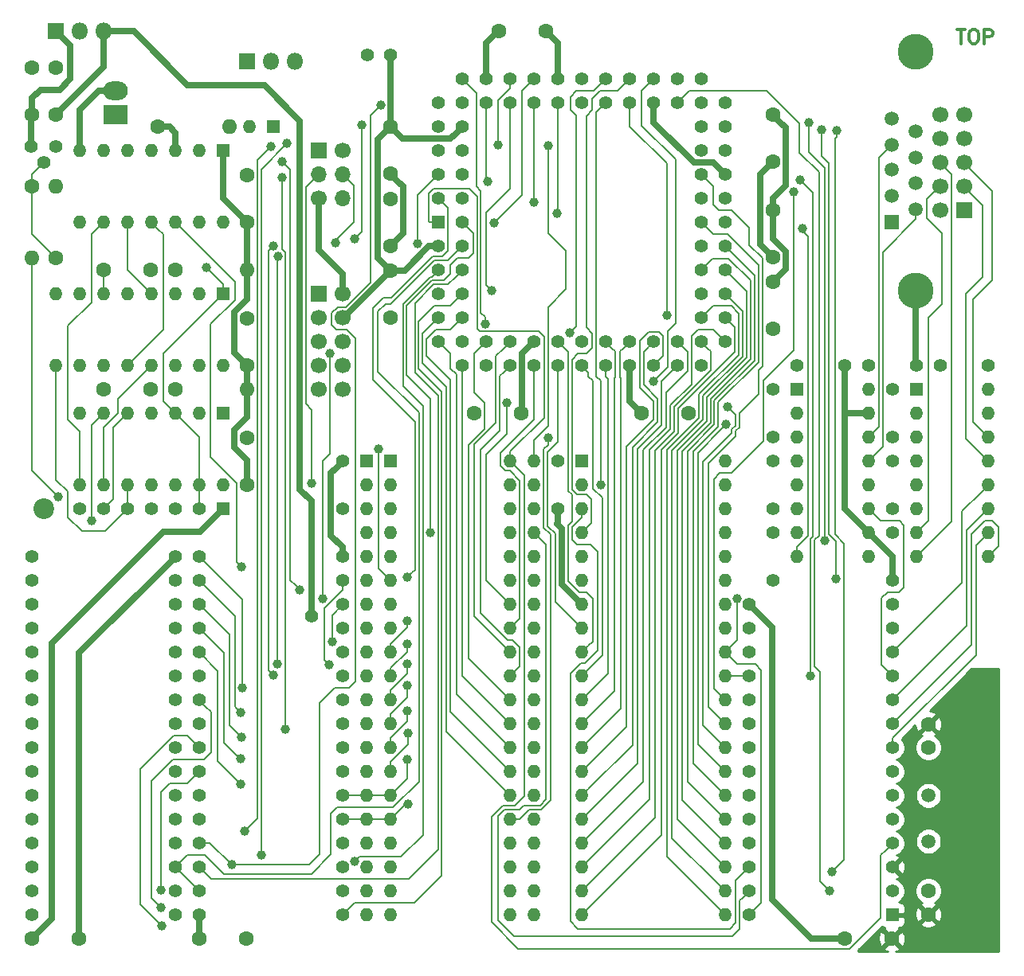
<source format=gbr>
%TF.GenerationSoftware,KiCad,Pcbnew,5.1.5*%
%TF.CreationDate,2020-05-07T22:51:20+02:00*%
%TF.ProjectId,superpet,73757065-7270-4657-942e-6b696361645f,rev?*%
%TF.SameCoordinates,PX2edf448PY2f17140*%
%TF.FileFunction,Copper,L1,Top*%
%TF.FilePolarity,Positive*%
%FSLAX46Y46*%
G04 Gerber Fmt 4.6, Leading zero omitted, Abs format (unit mm)*
G04 Created by KiCad (PCBNEW 5.1.5) date 2020-05-07 22:51:20*
%MOMM*%
%LPD*%
G04 APERTURE LIST*
%ADD10C,0.300000*%
%ADD11R,1.422400X1.422400*%
%ADD12O,1.422400X1.422400*%
%ADD13O,1.800000X1.800000*%
%ADD14R,1.800000X1.800000*%
%ADD15C,3.810000*%
%ADD16R,1.520000X1.520000*%
%ADD17C,1.520000*%
%ADD18C,1.422400*%
%ADD19R,1.700000X1.700000*%
%ADD20C,1.700000*%
%ADD21C,1.400000*%
%ADD22C,1.500000*%
%ADD23R,2.600000X2.000000*%
%ADD24O,2.600000X2.000000*%
%ADD25C,1.600000*%
%ADD26O,1.600000X1.600000*%
%ADD27C,2.200000*%
%ADD28O,1.700000X1.700000*%
%ADD29C,1.000000*%
%ADD30C,0.203200*%
%ADD31C,0.660400*%
%ADD32C,0.254000*%
G04 APERTURE END LIST*
D10*
X99936714Y-1235971D02*
X100793857Y-1235971D01*
X100365285Y-2735971D02*
X100365285Y-1235971D01*
X101579571Y-1235971D02*
X101865285Y-1235971D01*
X102008142Y-1307400D01*
X102151000Y-1450257D01*
X102222428Y-1735971D01*
X102222428Y-2235971D01*
X102151000Y-2521685D01*
X102008142Y-2664542D01*
X101865285Y-2735971D01*
X101579571Y-2735971D01*
X101436714Y-2664542D01*
X101293857Y-2521685D01*
X101222428Y-2235971D01*
X101222428Y-1735971D01*
X101293857Y-1450257D01*
X101436714Y-1307400D01*
X101579571Y-1235971D01*
X102865285Y-2735971D02*
X102865285Y-1235971D01*
X103436714Y-1235971D01*
X103579571Y-1307400D01*
X103651000Y-1378828D01*
X103722428Y-1521685D01*
X103722428Y-1735971D01*
X103651000Y-1878828D01*
X103579571Y-1950257D01*
X103436714Y-2021685D01*
X102865285Y-2021685D01*
D11*
X82931000Y-39522400D03*
D12*
X90551000Y-57302400D03*
X82931000Y-42062400D03*
X90551000Y-54762400D03*
X82931000Y-44602400D03*
X90551000Y-52222400D03*
X82931000Y-47142400D03*
X90551000Y-49682400D03*
X82931000Y-49682400D03*
X90551000Y-47142400D03*
X82931000Y-52222400D03*
X90551000Y-44602400D03*
X82931000Y-54762400D03*
X90551000Y-42062400D03*
X82931000Y-57302400D03*
X90551000Y-39522400D03*
D13*
X9271000Y-1422400D03*
X6731000Y-1422400D03*
D14*
X4191000Y-1422400D03*
D15*
X95551000Y-28994100D03*
X95551000Y-3594100D03*
D16*
X93011000Y-21754100D03*
D17*
X93011000Y-18964100D03*
X93011000Y-16164100D03*
X93011000Y-13504100D03*
X93011000Y-10704100D03*
X95551000Y-12104100D03*
X95551000Y-14894100D03*
X95551000Y-17564100D03*
X95551000Y-20354100D03*
D18*
X47371000Y-21742400D03*
X47371000Y-24282400D03*
X47371000Y-26822400D03*
X47371000Y-29362400D03*
X47371000Y-31902400D03*
X47371000Y-19202400D03*
X47371000Y-16662400D03*
X47371000Y-14122400D03*
X47371000Y-11582400D03*
X47371000Y-9042400D03*
X47371000Y-6502400D03*
D11*
X44831000Y-21742400D03*
D18*
X44831000Y-24282400D03*
X44831000Y-26822400D03*
X44831000Y-29362400D03*
X44831000Y-31902400D03*
X44831000Y-34442400D03*
X44831000Y-19202400D03*
X44831000Y-16662400D03*
X44831000Y-14122400D03*
X44831000Y-11582400D03*
X44831000Y-9042400D03*
X47371000Y-34442400D03*
X49911000Y-34442400D03*
X52451000Y-34442400D03*
X54991000Y-34442400D03*
X57531000Y-34442400D03*
X60071000Y-34442400D03*
X62611000Y-34442400D03*
X65151000Y-34442400D03*
X67691000Y-34442400D03*
X70231000Y-34442400D03*
X47371000Y-36982400D03*
X49911000Y-36982400D03*
X52451000Y-36982400D03*
X54991000Y-36982400D03*
X57531000Y-36982400D03*
X60071000Y-36982400D03*
X62611000Y-36982400D03*
X65151000Y-36982400D03*
X67691000Y-36982400D03*
X70231000Y-36982400D03*
X72771000Y-36982400D03*
X72771000Y-34442400D03*
X72771000Y-31902400D03*
X72771000Y-29362400D03*
X72771000Y-26822400D03*
X72771000Y-24282400D03*
X72771000Y-21742400D03*
X72771000Y-19202400D03*
X72771000Y-16662400D03*
X72771000Y-14122400D03*
X72771000Y-11582400D03*
X75311000Y-34442400D03*
X75311000Y-31902400D03*
X75311000Y-29362400D03*
X75311000Y-26822400D03*
X75311000Y-24282400D03*
X75311000Y-21742400D03*
X75311000Y-19202400D03*
X75311000Y-16662400D03*
X75311000Y-14122400D03*
X75311000Y-11582400D03*
X75311000Y-9042400D03*
X72771000Y-9042400D03*
X70231000Y-9042400D03*
X67691000Y-9042400D03*
X65151000Y-9042400D03*
X62611000Y-9042400D03*
X60071000Y-9042400D03*
X57531000Y-9042400D03*
X54991000Y-9042400D03*
X52451000Y-9042400D03*
X49911000Y-9042400D03*
X72771000Y-6502400D03*
X70231000Y-6502400D03*
X67691000Y-6502400D03*
X65151000Y-6502400D03*
X62611000Y-6502400D03*
X60071000Y-6502400D03*
X57531000Y-6502400D03*
X54991000Y-6502400D03*
X52451000Y-6502400D03*
X49911000Y-6502400D03*
D19*
X32131000Y-29362400D03*
D20*
X34671000Y-29362400D03*
X32131000Y-31902400D03*
X34671000Y-31902400D03*
X32131000Y-34442400D03*
X34671000Y-34442400D03*
X32131000Y-36982400D03*
X34671000Y-36982400D03*
X32131000Y-39522400D03*
X34671000Y-39522400D03*
D11*
X37211000Y-47142400D03*
D12*
X52451000Y-95402400D03*
X37211000Y-49682400D03*
X52451000Y-92862400D03*
X37211000Y-52222400D03*
X52451000Y-90322400D03*
X37211000Y-54762400D03*
X52451000Y-87782400D03*
X37211000Y-57302400D03*
X52451000Y-85242400D03*
X37211000Y-59842400D03*
X52451000Y-82702400D03*
X37211000Y-62382400D03*
X52451000Y-80162400D03*
X37211000Y-64922400D03*
X52451000Y-77622400D03*
X37211000Y-67462400D03*
X52451000Y-75082400D03*
X37211000Y-70002400D03*
X52451000Y-72542400D03*
X37211000Y-72542400D03*
X52451000Y-70002400D03*
X37211000Y-75082400D03*
X52451000Y-67462400D03*
X37211000Y-77622400D03*
X52451000Y-64922400D03*
X37211000Y-80162400D03*
X52451000Y-62382400D03*
X37211000Y-82702400D03*
X52451000Y-59842400D03*
X37211000Y-85242400D03*
X52451000Y-57302400D03*
X37211000Y-87782400D03*
X52451000Y-54762400D03*
X37211000Y-90322400D03*
X52451000Y-52222400D03*
X37211000Y-92862400D03*
X52451000Y-49682400D03*
X37211000Y-95402400D03*
X52451000Y-47142400D03*
D11*
X39751000Y-47142400D03*
D12*
X54991000Y-95402400D03*
X39751000Y-49682400D03*
X54991000Y-92862400D03*
X39751000Y-52222400D03*
X54991000Y-90322400D03*
X39751000Y-54762400D03*
X54991000Y-87782400D03*
X39751000Y-57302400D03*
X54991000Y-85242400D03*
X39751000Y-59842400D03*
X54991000Y-82702400D03*
X39751000Y-62382400D03*
X54991000Y-80162400D03*
X39751000Y-64922400D03*
X54991000Y-77622400D03*
X39751000Y-67462400D03*
X54991000Y-75082400D03*
X39751000Y-70002400D03*
X54991000Y-72542400D03*
X39751000Y-72542400D03*
X54991000Y-70002400D03*
X39751000Y-75082400D03*
X54991000Y-67462400D03*
X39751000Y-77622400D03*
X54991000Y-64922400D03*
X39751000Y-80162400D03*
X54991000Y-62382400D03*
X39751000Y-82702400D03*
X54991000Y-59842400D03*
X39751000Y-85242400D03*
X54991000Y-57302400D03*
X39751000Y-87782400D03*
X54991000Y-54762400D03*
X39751000Y-90322400D03*
X54991000Y-52222400D03*
X39751000Y-92862400D03*
X54991000Y-49682400D03*
X39751000Y-95402400D03*
X54991000Y-47142400D03*
D11*
X60071000Y-47142400D03*
D12*
X75311000Y-95402400D03*
X60071000Y-49682400D03*
X75311000Y-92862400D03*
X60071000Y-52222400D03*
X75311000Y-90322400D03*
X60071000Y-54762400D03*
X75311000Y-87782400D03*
X60071000Y-57302400D03*
X75311000Y-85242400D03*
X60071000Y-59842400D03*
X75311000Y-82702400D03*
X60071000Y-62382400D03*
X75311000Y-80162400D03*
X60071000Y-64922400D03*
X75311000Y-77622400D03*
X60071000Y-67462400D03*
X75311000Y-75082400D03*
X60071000Y-70002400D03*
X75311000Y-72542400D03*
X60071000Y-72542400D03*
X75311000Y-70002400D03*
X60071000Y-75082400D03*
X75311000Y-67462400D03*
X60071000Y-77622400D03*
X75311000Y-64922400D03*
X60071000Y-80162400D03*
X75311000Y-62382400D03*
X60071000Y-82702400D03*
X75311000Y-59842400D03*
X60071000Y-85242400D03*
X75311000Y-57302400D03*
X60071000Y-87782400D03*
X75311000Y-54762400D03*
X60071000Y-90322400D03*
X75311000Y-52222400D03*
X60071000Y-92862400D03*
X75311000Y-49682400D03*
X60071000Y-95402400D03*
X75311000Y-47142400D03*
D11*
X21971000Y-29362400D03*
D12*
X4191000Y-36982400D03*
X19431000Y-29362400D03*
X6731000Y-36982400D03*
X16891000Y-29362400D03*
X9271000Y-36982400D03*
X14351000Y-29362400D03*
X11811000Y-36982400D03*
X11811000Y-29362400D03*
X14351000Y-36982400D03*
X9271000Y-29362400D03*
X16891000Y-36982400D03*
X6731000Y-29362400D03*
X19431000Y-36982400D03*
X4191000Y-29362400D03*
X21971000Y-36982400D03*
D11*
X21971000Y-14122400D03*
D12*
X6731000Y-21742400D03*
X19431000Y-14122400D03*
X9271000Y-21742400D03*
X16891000Y-14122400D03*
X11811000Y-21742400D03*
X14351000Y-14122400D03*
X14351000Y-21742400D03*
X11811000Y-14122400D03*
X16891000Y-21742400D03*
X9271000Y-14122400D03*
X19431000Y-21742400D03*
X6731000Y-14122400D03*
X21971000Y-21742400D03*
D21*
X2921000Y-15392400D03*
X1591000Y-13722400D03*
X4191000Y-13722400D03*
D22*
X96901000Y-82702400D03*
X96901000Y-87582400D03*
D11*
X21971000Y-42062400D03*
D12*
X6731000Y-49682400D03*
X19431000Y-42062400D03*
X9271000Y-49682400D03*
X16891000Y-42062400D03*
X11811000Y-49682400D03*
X14351000Y-42062400D03*
X14351000Y-49682400D03*
X11811000Y-42062400D03*
X16891000Y-49682400D03*
X9271000Y-42062400D03*
X19431000Y-49682400D03*
X6731000Y-42062400D03*
X21971000Y-49682400D03*
D23*
X10541000Y-10312400D03*
D24*
X10541000Y-7772400D03*
D25*
X16891000Y-39522400D03*
D26*
X24511000Y-39522400D03*
D25*
X16891000Y-26822400D03*
D26*
X24511000Y-26822400D03*
D25*
X4191000Y-25552400D03*
D26*
X4191000Y-17932400D03*
D25*
X1651000Y-17932400D03*
D26*
X1651000Y-25552400D03*
D27*
X2921000Y-52222400D03*
D20*
X32131000Y-19202400D03*
D28*
X32131000Y-16662400D03*
X34671000Y-19202400D03*
D20*
X34671000Y-14122400D03*
D28*
X34671000Y-16662400D03*
D19*
X32131000Y-14122400D03*
D25*
X4191000Y-10312400D03*
X4191000Y-5312400D03*
X1651000Y-10312400D03*
X1651000Y-5312400D03*
X39751000Y-26902400D03*
X39751000Y-31902400D03*
X48641000Y-42062400D03*
X53641000Y-42062400D03*
X66421000Y-42062400D03*
X71421000Y-42062400D03*
X80391000Y-33092400D03*
X80391000Y-28092400D03*
X80391000Y-20472400D03*
X80391000Y-25472400D03*
X80391000Y-10312400D03*
X80391000Y-15312400D03*
X56261000Y-1422400D03*
X51261000Y-1422400D03*
X39751000Y-11582400D03*
X39751000Y-16582400D03*
X24511000Y-49682400D03*
X24511000Y-44682400D03*
X24511000Y-36982400D03*
X24511000Y-31982400D03*
X24511000Y-21742400D03*
X24511000Y-16742400D03*
X1651000Y-97942400D03*
X6651000Y-97942400D03*
X19431000Y-97942400D03*
X24431000Y-97942400D03*
X88011000Y-97942400D03*
X93011000Y-97942400D03*
X9271000Y-26822400D03*
X14271000Y-26822400D03*
X9271000Y-39522400D03*
X14271000Y-39522400D03*
X39751000Y-24282400D03*
X39751000Y-19282400D03*
D18*
X77851000Y-95402400D03*
D11*
X93091000Y-95402400D03*
D18*
X77851000Y-92862400D03*
X93091000Y-92862400D03*
X77851000Y-90322400D03*
X93091000Y-90322400D03*
X77851000Y-87782400D03*
X93091000Y-87782400D03*
X77851000Y-85242400D03*
X93091000Y-85242400D03*
X77851000Y-82702400D03*
X93091000Y-82702400D03*
X77851000Y-80162400D03*
X93091000Y-80162400D03*
X77851000Y-77622400D03*
X93091000Y-77622400D03*
X77851000Y-75082400D03*
X93091000Y-75082400D03*
X77851000Y-72542400D03*
X93091000Y-72542400D03*
X77851000Y-70002400D03*
X93091000Y-70002400D03*
X77851000Y-67462400D03*
X93091000Y-67462400D03*
X77851000Y-64922400D03*
X93091000Y-64922400D03*
X77851000Y-62382400D03*
X93091000Y-62382400D03*
X1651000Y-95402400D03*
X16891000Y-95402400D03*
X1651000Y-92862400D03*
X16891000Y-92862400D03*
X1651000Y-90322400D03*
X16891000Y-90322400D03*
X1651000Y-87782400D03*
X16891000Y-87782400D03*
X1651000Y-85242400D03*
X16891000Y-85242400D03*
X1651000Y-82702400D03*
X16891000Y-82702400D03*
X1651000Y-80162400D03*
X16891000Y-80162400D03*
X1651000Y-77622400D03*
X16891000Y-77622400D03*
X1651000Y-75082400D03*
X16891000Y-75082400D03*
X1651000Y-72542400D03*
X16891000Y-72542400D03*
X1651000Y-70002400D03*
X16891000Y-70002400D03*
X1651000Y-67462400D03*
X16891000Y-67462400D03*
X1651000Y-64922400D03*
X16891000Y-64922400D03*
X1651000Y-62382400D03*
X16891000Y-62382400D03*
X1651000Y-59842400D03*
X16891000Y-59842400D03*
X1651000Y-57302400D03*
X16891000Y-57302400D03*
X19431000Y-95402400D03*
X34671000Y-95402400D03*
X19431000Y-92862400D03*
X34671000Y-92862400D03*
X19431000Y-90322400D03*
X34671000Y-90322400D03*
X19431000Y-87782400D03*
X34671000Y-87782400D03*
X19431000Y-85242400D03*
X34671000Y-85242400D03*
X19431000Y-82702400D03*
X34671000Y-82702400D03*
X19431000Y-80162400D03*
X34671000Y-80162400D03*
X19431000Y-77622400D03*
X34671000Y-77622400D03*
X19431000Y-75082400D03*
X34671000Y-75082400D03*
X19431000Y-72542400D03*
X34671000Y-72542400D03*
X19431000Y-70002400D03*
X34671000Y-70002400D03*
X19431000Y-67462400D03*
X34671000Y-67462400D03*
X19431000Y-64922400D03*
X34671000Y-64922400D03*
X19431000Y-62382400D03*
X34671000Y-62382400D03*
X19431000Y-59842400D03*
X34671000Y-59842400D03*
X19431000Y-57302400D03*
X34671000Y-57302400D03*
X57531000Y-52222400D03*
X57531000Y-47142400D03*
X34671000Y-52222400D03*
X34671000Y-47142400D03*
D11*
X21971000Y-52222400D03*
D18*
X19431000Y-52222400D03*
X16891000Y-52222400D03*
X14351000Y-52222400D03*
X11811000Y-52222400D03*
X9271000Y-52222400D03*
X6731000Y-52222400D03*
X39751000Y-3962400D03*
X37251000Y-3962400D03*
D11*
X27305000Y-11582400D03*
D12*
X24765000Y-11582400D03*
D25*
X14986000Y-11582400D03*
D26*
X22606000Y-11582400D03*
D25*
X96901000Y-95362400D03*
X96901000Y-92862400D03*
X96901000Y-77622400D03*
X96901000Y-75122400D03*
D14*
X24511000Y-4597400D03*
D13*
X27051000Y-4597400D03*
X29591000Y-4597400D03*
D18*
X93091000Y-39522400D03*
X93091000Y-44602400D03*
X80391000Y-39522400D03*
X80391000Y-44602400D03*
X98171000Y-36982400D03*
X103251000Y-36982400D03*
X93091000Y-52222400D03*
X93091000Y-47142400D03*
X80391000Y-52222400D03*
X80391000Y-47142400D03*
X90551000Y-36982400D03*
X95631000Y-36982400D03*
X88011000Y-36982400D03*
X82931000Y-36982400D03*
X93091000Y-54762400D03*
X93091000Y-59842400D03*
X80391000Y-59842400D03*
X80391000Y-54762400D03*
D11*
X95631000Y-39522400D03*
D12*
X103251000Y-57302400D03*
X95631000Y-42062400D03*
X103251000Y-54762400D03*
X95631000Y-44602400D03*
X103251000Y-52222400D03*
X95631000Y-47142400D03*
X103251000Y-49682400D03*
X95631000Y-49682400D03*
X103251000Y-47142400D03*
X95631000Y-52222400D03*
X103251000Y-44602400D03*
X95631000Y-54762400D03*
X103251000Y-42062400D03*
X95631000Y-57302400D03*
X103251000Y-39522400D03*
D20*
X98171000Y-10312400D03*
X100711000Y-10312400D03*
X98171000Y-12852400D03*
X100711000Y-12852400D03*
X98171000Y-15392400D03*
X100711000Y-15392400D03*
X98171000Y-17932400D03*
X100711000Y-17932400D03*
X98171000Y-20472400D03*
D19*
X100711000Y-20472400D03*
D29*
X58769255Y-33512410D03*
X50457999Y-28980059D03*
X8003650Y-53476977D03*
X38481000Y-45872400D03*
X23861319Y-81470636D03*
X23839716Y-78834825D03*
X23905123Y-76522210D03*
X41522558Y-64160647D03*
X23858221Y-73860035D03*
X75405223Y-43261233D03*
X41522558Y-66632675D03*
X24024426Y-71283859D03*
X75533985Y-41358250D03*
X41522558Y-68732400D03*
X33200192Y-68770678D03*
X41528529Y-71033651D03*
X33535303Y-66368601D03*
X82589340Y-18498472D03*
X41522558Y-73714588D03*
X83286600Y-17221200D03*
X84327999Y-70002401D03*
X41588295Y-76109770D03*
X76583221Y-61755289D03*
X32555265Y-61802098D03*
X33336354Y-35697236D03*
X49784000Y-32537400D03*
X41522558Y-78892400D03*
X41565192Y-59521725D03*
X41634814Y-83604210D03*
X43992800Y-54762400D03*
X15387587Y-92752810D03*
X15367000Y-94640400D03*
X15450251Y-96603507D03*
D18*
X31403615Y-63649876D03*
D29*
X56481838Y-13570734D03*
X36668596Y-11417934D03*
X35966400Y-23469600D03*
X84219855Y-11174280D03*
X85883371Y-55597237D03*
X85532508Y-11912182D03*
X87102382Y-59672481D03*
X23915978Y-58377898D03*
X50083496Y-17381589D03*
X33909000Y-23901400D03*
X20218400Y-26593800D03*
X86425284Y-92872915D03*
X42645747Y-24023906D03*
X38715231Y-9266378D03*
X22856326Y-90068400D03*
X86631500Y-90847359D03*
X87122000Y-11988800D03*
X26064105Y-89028449D03*
X28778200Y-13385800D03*
X35941006Y-89699784D03*
X27076185Y-13657210D03*
X24233231Y-86534456D03*
X31399077Y-49502437D03*
X57462045Y-20830694D03*
X27273500Y-69874798D03*
X27279600Y-24257000D03*
X28539548Y-75650057D03*
X54991000Y-19646900D03*
X28211364Y-16953057D03*
X27730665Y-68681460D03*
X50730021Y-21851827D03*
X27792202Y-25345558D03*
X51181000Y-13502402D03*
X83515200Y-22428200D03*
X56481499Y-44715479D03*
X69088000Y-31641608D03*
X52139257Y-40919400D03*
X67691000Y-38696900D03*
X4419362Y-50935999D03*
X62076646Y-49682400D03*
X30130152Y-60861343D03*
X28244423Y-15296380D03*
D30*
X62611000Y-6502400D02*
X61312784Y-7800616D01*
X58845814Y-8445088D02*
X58845814Y-9766217D01*
X61312784Y-7800616D02*
X59490286Y-7800616D01*
X59490286Y-7800616D02*
X58845814Y-8445088D01*
X58845814Y-9766217D02*
X59445698Y-10366101D01*
X59445698Y-10366101D02*
X59445698Y-32835967D01*
X59445698Y-32835967D02*
X58769255Y-33512410D01*
D31*
X6731000Y-14122400D02*
X6731000Y-9773920D01*
X6731000Y-9773920D02*
X8732520Y-7772400D01*
X8732520Y-7772400D02*
X10541000Y-7772400D01*
X34671000Y-57302400D02*
X34671000Y-56296612D01*
X33426399Y-55052011D02*
X33426399Y-48387001D01*
X34671000Y-56296612D02*
X33426399Y-55052011D01*
X33426399Y-48387001D02*
X33959801Y-47853599D01*
X33959801Y-47853599D02*
X34671000Y-47142400D01*
X67691000Y-9042400D02*
X67691000Y-11117628D01*
X67691000Y-11117628D02*
X71965772Y-15392400D01*
X71965772Y-15392400D02*
X74041000Y-15392400D01*
X74041000Y-15392400D02*
X75311000Y-16662400D01*
X32131000Y-19202400D02*
X32131000Y-24709234D01*
X34671000Y-27249234D02*
X34671000Y-28160319D01*
X34671000Y-28160319D02*
X34671000Y-29362400D01*
X32131000Y-24709234D02*
X34671000Y-27249234D01*
X39751000Y-24282400D02*
X41114981Y-22918419D01*
X40550999Y-17382399D02*
X39751000Y-16582400D01*
X41114981Y-22918419D02*
X41114981Y-17946381D01*
X41114981Y-17946381D02*
X40550999Y-17382399D01*
X16179801Y-58013599D02*
X16891000Y-57302400D01*
X6651000Y-67542400D02*
X16179801Y-58013599D01*
X6651000Y-97942400D02*
X6651000Y-67542400D01*
X80391000Y-25472400D02*
X79057599Y-24138999D01*
X79057599Y-24138999D02*
X79057599Y-16645801D01*
X79057599Y-16645801D02*
X80391000Y-15312400D01*
X80391000Y-25552400D02*
X80391000Y-25472400D01*
X80391000Y-15392400D02*
X80391000Y-15312400D01*
X60071000Y-47142400D02*
X60071000Y-47062400D01*
X39751000Y-16662400D02*
X39751000Y-16582400D01*
X49911000Y-6502400D02*
X49911000Y-2692400D01*
X49911000Y-2692400D02*
X51181000Y-1422400D01*
X51181000Y-1422400D02*
X51261000Y-1422400D01*
X71501000Y-42062400D02*
X71421000Y-42062400D01*
X53641000Y-42062400D02*
X53721000Y-42062400D01*
X54991000Y-34442400D02*
X53721000Y-35712400D01*
X53721000Y-35712400D02*
X53721000Y-42062400D01*
X88011000Y-52222400D02*
X90551000Y-54762400D01*
X88061800Y-42062400D02*
X90551000Y-42062400D01*
X88011000Y-42011600D02*
X88061800Y-42062400D01*
X88011000Y-36982400D02*
X88011000Y-42011600D01*
X88011000Y-42011600D02*
X88011000Y-52222400D01*
X93091000Y-57302400D02*
X93091000Y-59842400D01*
X90551000Y-54762400D02*
X93091000Y-57302400D01*
X95551000Y-36902400D02*
X95631000Y-36982400D01*
X95551000Y-28994100D02*
X95551000Y-36902400D01*
D30*
X49958000Y-28480060D02*
X50457999Y-28980059D01*
X49918122Y-20739313D02*
X49918122Y-28440182D01*
X52451000Y-18206435D02*
X49918122Y-20739313D01*
X52451000Y-9042400D02*
X52451000Y-18206435D01*
X49918122Y-28440182D02*
X49958000Y-28480060D01*
X75311000Y-31902400D02*
X76332580Y-32923980D01*
X68556169Y-45960767D02*
X68556169Y-86917231D01*
X76332580Y-32923980D02*
X76332580Y-35515714D01*
X76332580Y-35515714D02*
X70316199Y-41532095D01*
X70316199Y-41532095D02*
X70316199Y-44200737D01*
X70316199Y-44200737D02*
X68556169Y-45960767D01*
X68556169Y-86917231D02*
X60782199Y-94691201D01*
X60782199Y-94691201D02*
X60071000Y-95402400D01*
X75311000Y-95402400D02*
X69114863Y-89206263D01*
X69114863Y-89206263D02*
X69114863Y-45976827D01*
X72531206Y-42560484D02*
X72531206Y-40058080D01*
X69114863Y-45976827D02*
X72531206Y-42560484D01*
X72531206Y-40058080D02*
X76738991Y-35850295D01*
X76738991Y-35850295D02*
X76738991Y-31425391D01*
X76738991Y-31425391D02*
X75946000Y-30632400D01*
X75946000Y-30632400D02*
X74041000Y-30632400D01*
X74041000Y-30632400D02*
X72771000Y-31902400D01*
X61722000Y-56794400D02*
X60969755Y-56042155D01*
X60969755Y-56042155D02*
X59527725Y-56042155D01*
X59527725Y-56042155D02*
X59020710Y-55535140D01*
X59020710Y-55535140D02*
X59020710Y-54161690D01*
X59020710Y-54161690D02*
X59817000Y-53365400D01*
X59820517Y-53365400D02*
X60071000Y-53114917D01*
X60071000Y-53114917D02*
X60071000Y-52222400D01*
X59817000Y-53365400D02*
X59820517Y-53365400D01*
X77851000Y-90322400D02*
X76428588Y-91744812D01*
X76428588Y-91744812D02*
X76428588Y-96273129D01*
X76428588Y-96273129D02*
X75801391Y-96900326D01*
X75801391Y-96900326D02*
X59678211Y-96900326D01*
X59678211Y-96900326D02*
X58873693Y-96095808D01*
X58873693Y-96095808D02*
X58873693Y-69696025D01*
X58873693Y-69696025D02*
X59964318Y-68605400D01*
X59964318Y-68605400D02*
X60431682Y-68605400D01*
X60431682Y-68605400D02*
X61722000Y-67315082D01*
X61722000Y-67315082D02*
X61722000Y-56794400D01*
X75311000Y-29362400D02*
X77145402Y-31196802D01*
X74599801Y-92151201D02*
X75311000Y-92862400D01*
X77145402Y-31196802D02*
X77145402Y-36018635D01*
X77145402Y-36018635D02*
X72937617Y-40226420D01*
X72937617Y-40226420D02*
X72937617Y-42728826D01*
X69673557Y-87224957D02*
X74599801Y-92151201D01*
X72937617Y-42728826D02*
X69673557Y-45992886D01*
X69673557Y-45992886D02*
X69673557Y-87224957D01*
X8003338Y-53476665D02*
X8003650Y-53476977D01*
X8003338Y-43330062D02*
X8003338Y-53476665D01*
X9271000Y-42062400D02*
X8003338Y-43330062D01*
X75311000Y-26822400D02*
X77585856Y-29097256D01*
X77585856Y-29097256D02*
X77585856Y-36152932D01*
X77585856Y-36152932D02*
X73344028Y-40394760D01*
X73344028Y-40394760D02*
X73344028Y-42913770D01*
X73344028Y-42913770D02*
X70224492Y-46033306D01*
X70224492Y-46033306D02*
X70224492Y-85235892D01*
X70224492Y-85235892D02*
X74599801Y-89611201D01*
X74599801Y-89611201D02*
X75311000Y-90322400D01*
X39751000Y-59842400D02*
X38481000Y-58572400D01*
X38481000Y-58572400D02*
X38481000Y-45872400D01*
X72771000Y-26822400D02*
X73994339Y-25599061D01*
X73994339Y-25599061D02*
X75675161Y-25599061D01*
X75675161Y-25599061D02*
X77999002Y-27922902D01*
X70759907Y-83231307D02*
X74599801Y-87071201D01*
X74599801Y-87071201D02*
X75311000Y-87782400D01*
X77999002Y-27922902D02*
X77999002Y-36314537D01*
X77999002Y-36314537D02*
X73750439Y-40563100D01*
X73750439Y-43088523D02*
X70759907Y-46079055D01*
X73750439Y-40563100D02*
X73750439Y-43088523D01*
X70759907Y-46079055D02*
X70759907Y-83231307D01*
X19431000Y-67462400D02*
X21410751Y-69442151D01*
X21410751Y-69442151D02*
X21410751Y-79020068D01*
X21410751Y-79020068D02*
X23361320Y-80970637D01*
X23361320Y-80970637D02*
X23861319Y-81470636D01*
X75311000Y-85242400D02*
X71341880Y-81273280D01*
X71341880Y-46088446D02*
X74156850Y-43273476D01*
X71341880Y-81273280D02*
X71341880Y-46088446D01*
X74156850Y-43273476D02*
X74156850Y-40731440D01*
X74156850Y-40731440D02*
X78407852Y-36480438D01*
X78407852Y-36480438D02*
X78407852Y-27379252D01*
X78407852Y-27379252D02*
X75311000Y-24282400D01*
X19431000Y-64922400D02*
X22063106Y-67554506D01*
X22063106Y-67554506D02*
X22063106Y-77058215D01*
X22063106Y-77058215D02*
X23339717Y-78334826D01*
X23339717Y-78334826D02*
X23839716Y-78834825D01*
X72771000Y-21742400D02*
X74058828Y-23030228D01*
X74058828Y-23030228D02*
X75557742Y-23030228D01*
X75557742Y-23030228D02*
X78826210Y-26298696D01*
X71911299Y-79302699D02*
X75311000Y-82702400D01*
X78826210Y-26298696D02*
X78826210Y-36636831D01*
X78826210Y-36636831D02*
X74563261Y-40899780D01*
X74563261Y-40899780D02*
X74563261Y-43468617D01*
X74563261Y-43468617D02*
X71911299Y-46120579D01*
X71911299Y-46120579D02*
X71911299Y-79302699D01*
X23405124Y-76022211D02*
X23905123Y-76522210D01*
X22661097Y-75278184D02*
X23405124Y-76022211D01*
X22661097Y-65612497D02*
X22661097Y-75278184D01*
X19431000Y-62382400D02*
X22661097Y-65612497D01*
X39751000Y-67462400D02*
X39751000Y-66574695D01*
X39751000Y-66574695D02*
X41520503Y-64805192D01*
X41520503Y-64805192D02*
X41520503Y-64162702D01*
X41520503Y-64162702D02*
X41522558Y-64160647D01*
X57531000Y-45110400D02*
X57531000Y-37988188D01*
X57531000Y-37988188D02*
X57531000Y-36982400D01*
X57277000Y-62128400D02*
X57277000Y-54864000D01*
X57277000Y-54864000D02*
X56451500Y-54038500D01*
X60071000Y-64922400D02*
X57277000Y-62128400D01*
X56451500Y-54038500D02*
X56451500Y-46189900D01*
X56451500Y-46189900D02*
X57531000Y-45110400D01*
X19431000Y-59842400D02*
X23219625Y-63631025D01*
X23358222Y-73360036D02*
X23858221Y-73860035D01*
X23219625Y-63631025D02*
X23219625Y-73221439D01*
X23219625Y-73221439D02*
X23358222Y-73360036D01*
X72422070Y-46244386D02*
X74905224Y-43761232D01*
X75311000Y-80162400D02*
X72422070Y-77273470D01*
X72422070Y-77273470D02*
X72422070Y-46244386D01*
X74905224Y-43761232D02*
X75405223Y-43261233D01*
X57531000Y-34442400D02*
X58648588Y-35559988D01*
X58614299Y-53993350D02*
X58614299Y-59909699D01*
X58648588Y-35559988D02*
X58648588Y-50338421D01*
X58648588Y-50338421D02*
X59029591Y-50719423D01*
X61214000Y-61747400D02*
X61214000Y-66319400D01*
X59029591Y-50719423D02*
X59029591Y-53578058D01*
X58614299Y-59909699D02*
X59817000Y-61112400D01*
X60782199Y-66751201D02*
X60071000Y-67462400D01*
X59817000Y-61112400D02*
X60579000Y-61112400D01*
X59029591Y-53578058D02*
X58614299Y-53993350D01*
X60579000Y-61112400D02*
X61214000Y-61747400D01*
X61214000Y-66319400D02*
X60782199Y-66751201D01*
X39751000Y-70002400D02*
X39751000Y-69173527D01*
X39751000Y-69173527D02*
X41510886Y-67413641D01*
X41510886Y-67413641D02*
X41510886Y-66644347D01*
X41510886Y-66644347D02*
X41522558Y-66632675D01*
X19431000Y-57302400D02*
X24024426Y-61895826D01*
X24024426Y-61895826D02*
X24024426Y-71283859D01*
X76022177Y-44126887D02*
X76022177Y-43778039D01*
X72932841Y-75244241D02*
X72932841Y-47216222D01*
X76402527Y-42226792D02*
X76033984Y-41858249D01*
X76033984Y-41858249D02*
X75533985Y-41358250D01*
X76402527Y-43397690D02*
X76402527Y-42226792D01*
X72932841Y-47216222D02*
X76022177Y-44126887D01*
X75311000Y-77622400D02*
X72932841Y-75244241D01*
X76022177Y-43778039D02*
X76402527Y-43397690D01*
X60071000Y-36982400D02*
X60782199Y-37693599D01*
X60782199Y-37693599D02*
X60782199Y-38127657D01*
X60782199Y-38127657D02*
X61271845Y-38617303D01*
X60071000Y-70002400D02*
X62248438Y-67824962D01*
X62248438Y-67824962D02*
X62248438Y-51045298D01*
X62248438Y-51045298D02*
X61271845Y-50068705D01*
X61271845Y-50068705D02*
X61271845Y-38617303D01*
X41522558Y-69765054D02*
X41522558Y-69439506D01*
X41522558Y-69439506D02*
X41522558Y-68732400D01*
X39751000Y-71536612D02*
X41522558Y-69765054D01*
X39751000Y-72542400D02*
X39751000Y-71536612D01*
X34671000Y-59842400D02*
X34671000Y-60848188D01*
X34671000Y-60848188D02*
X32700193Y-62818995D01*
X32700193Y-62818995D02*
X32700193Y-68270679D01*
X32700193Y-68270679D02*
X33200192Y-68770678D01*
X78867001Y-37503297D02*
X78867001Y-40010081D01*
X76822300Y-43552668D02*
X76428588Y-43946379D01*
X79286199Y-37084099D02*
X78867001Y-37503297D01*
X79286199Y-25560796D02*
X79286199Y-37084099D01*
X74623900Y-20444207D02*
X76019814Y-20444207D01*
X74051216Y-17942616D02*
X74051216Y-19871523D01*
X72771000Y-16662400D02*
X74051216Y-17942616D01*
X76822300Y-42054782D02*
X76822300Y-43552668D01*
X77876400Y-22300793D02*
X77876400Y-24150998D01*
X77876400Y-24150998D02*
X79286199Y-25560796D01*
X73501654Y-47389646D02*
X73501654Y-73273054D01*
X74051216Y-19871523D02*
X74623900Y-20444207D01*
X76019814Y-20444207D02*
X77876400Y-22300793D01*
X76428588Y-44462712D02*
X73501654Y-47389646D01*
X73501654Y-73273054D02*
X74599801Y-74371201D01*
X74599801Y-74371201D02*
X75311000Y-75082400D01*
X76428588Y-43946379D02*
X76428588Y-44462712D01*
X78867001Y-40010081D02*
X76822300Y-42054782D01*
X60071000Y-72542400D02*
X62881456Y-69731944D01*
X62881456Y-69731944D02*
X62881456Y-38423735D01*
X62881456Y-38423735D02*
X62611000Y-38153279D01*
X62611000Y-38153279D02*
X62611000Y-37988188D01*
X62611000Y-37988188D02*
X62611000Y-36982400D01*
X41528529Y-71740757D02*
X41528529Y-71033651D01*
X41528529Y-72299083D02*
X41528529Y-71740757D01*
X39751000Y-75082400D02*
X39751000Y-74076612D01*
X39751000Y-74076612D02*
X41528529Y-72299083D01*
X33535303Y-63518097D02*
X33535303Y-66368601D01*
X34671000Y-62382400D02*
X33535303Y-63518097D01*
X75311000Y-72542400D02*
X74081338Y-71312738D01*
X82589340Y-35353018D02*
X82589340Y-19205578D01*
X82589340Y-19205578D02*
X82589340Y-18498472D01*
X79374999Y-45041823D02*
X79374999Y-38567359D01*
X75983167Y-48433655D02*
X79374999Y-45041823D01*
X74081338Y-49047400D02*
X74695083Y-48433655D01*
X79374999Y-38567359D02*
X82589340Y-35353018D01*
X74081338Y-71312738D02*
X74081338Y-49047400D01*
X74695083Y-48433655D02*
X75983167Y-48433655D01*
X60071000Y-75082400D02*
X63547668Y-71605732D01*
X63547668Y-71605732D02*
X63547668Y-38325421D01*
X63547668Y-38325421D02*
X63646556Y-38226533D01*
X63322199Y-35153599D02*
X62611000Y-34442400D01*
X63646556Y-38226533D02*
X63646556Y-35477956D01*
X63646556Y-35477956D02*
X63322199Y-35153599D01*
X39751000Y-77622400D02*
X39751000Y-76616612D01*
X39751000Y-76616612D02*
X41517930Y-74849682D01*
X41517930Y-74849682D02*
X41517930Y-73719216D01*
X41517930Y-73719216D02*
X41522558Y-73714588D01*
X75311000Y-70002400D02*
X77851000Y-70002400D01*
X84327999Y-55443834D02*
X84327999Y-69295295D01*
X84632800Y-18567400D02*
X84632800Y-55139033D01*
X83286600Y-17221200D02*
X84632800Y-18567400D01*
X84632800Y-55139033D02*
X84327999Y-55443834D01*
X84327999Y-69295295D02*
X84327999Y-70002401D01*
X60071000Y-77622400D02*
X64191629Y-73501771D01*
X64126507Y-38256295D02*
X64126507Y-35466893D01*
X64191629Y-73501771D02*
X64191629Y-38321417D01*
X64191629Y-38321417D02*
X64126507Y-38256295D01*
X64126507Y-35466893D02*
X64439801Y-35153599D01*
X64439801Y-35153599D02*
X65151000Y-34442400D01*
X41588295Y-76816876D02*
X41588295Y-76109770D01*
X41588295Y-77253899D02*
X41588295Y-76816876D01*
X39751000Y-79091194D02*
X41588295Y-77253899D01*
X39751000Y-80162400D02*
X39751000Y-79091194D01*
X76583221Y-61755289D02*
X76583221Y-66190179D01*
X76583221Y-66190179D02*
X75311000Y-67462400D01*
X32555265Y-47114735D02*
X32555265Y-61094992D01*
X33336354Y-35697236D02*
X33336354Y-46333646D01*
X32555265Y-61094992D02*
X32555265Y-61802098D01*
X33336354Y-46333646D02*
X32555265Y-47114735D01*
X75311000Y-67462400D02*
X76571368Y-68722768D01*
X76571368Y-68722768D02*
X78493380Y-68722768D01*
X78562199Y-94691201D02*
X77851000Y-95402400D01*
X78493380Y-68722768D02*
X79146122Y-69375510D01*
X79146122Y-69375510D02*
X79146122Y-94107278D01*
X79146122Y-94107278D02*
X78562199Y-94691201D01*
X48894999Y-17932399D02*
X49352222Y-18389622D01*
X49352222Y-31398516D02*
X49784000Y-31830294D01*
X49784000Y-31830294D02*
X49784000Y-32537400D01*
X47371000Y-6502400D02*
X48894999Y-8026399D01*
X48894999Y-8026399D02*
X48894999Y-17932399D01*
X49352222Y-18389622D02*
X49352222Y-31398516D01*
X60071000Y-80162400D02*
X64822540Y-75410860D01*
X67208400Y-33401000D02*
X68300600Y-33401000D01*
X68732400Y-35941000D02*
X68402199Y-36271201D01*
X64822540Y-75410860D02*
X64822540Y-45629360D01*
X64822540Y-45629360D02*
X67691000Y-42760900D01*
X67691000Y-42760900D02*
X67691000Y-40792400D01*
X67691000Y-40792400D02*
X66230500Y-39331900D01*
X66230500Y-39331900D02*
X66230500Y-34378900D01*
X66230500Y-34378900D02*
X67208400Y-33401000D01*
X68732400Y-33832800D02*
X68732400Y-35941000D01*
X68300600Y-33401000D02*
X68732400Y-33832800D01*
X68402199Y-36271201D02*
X67691000Y-36982400D01*
X37211000Y-82702400D02*
X34671000Y-82702400D01*
X39751000Y-82702400D02*
X37211000Y-82702400D01*
X41522558Y-79599506D02*
X41522558Y-78892400D01*
X39751000Y-82702400D02*
X41522558Y-80930842D01*
X41522558Y-80930842D02*
X41522558Y-79599506D01*
X44209516Y-25379037D02*
X39849380Y-29739173D01*
X45847001Y-20218401D02*
X45847001Y-24770081D01*
X38981905Y-29739173D02*
X37845941Y-30875137D01*
X45238045Y-25379037D02*
X44209516Y-25379037D01*
X45847001Y-24770081D02*
X45238045Y-25379037D01*
X37845941Y-30875137D02*
X37845941Y-38452594D01*
X44831000Y-19202400D02*
X45847001Y-20218401D01*
X39849380Y-29739173D02*
X38981905Y-29739173D01*
X37845941Y-38452594D02*
X42375176Y-42981829D01*
X42065191Y-59021726D02*
X41565192Y-59521725D01*
X42375176Y-42981829D02*
X42375176Y-58711741D01*
X42375176Y-58711741D02*
X42065191Y-59021726D01*
X67691000Y-34442400D02*
X66636911Y-35496489D01*
X66636911Y-35496489D02*
X66636911Y-39039811D01*
X66636911Y-39039811D02*
X68135500Y-40538400D01*
X68135500Y-40538400D02*
X68135500Y-43014900D01*
X68135500Y-43014900D02*
X65448451Y-45701949D01*
X65448451Y-45701949D02*
X65448451Y-77324949D01*
X65448451Y-77324949D02*
X60782199Y-81991201D01*
X60782199Y-81991201D02*
X60071000Y-82702400D01*
X39751000Y-85242400D02*
X41389190Y-83604210D01*
X41389190Y-83604210D02*
X41634814Y-83604210D01*
X37211000Y-85242400D02*
X34671000Y-85242400D01*
X39751000Y-85242400D02*
X37211000Y-85242400D01*
X60071000Y-85242400D02*
X66002142Y-79311258D01*
X66002142Y-45834058D02*
X68554600Y-43281600D01*
X66002142Y-79311258D02*
X66002142Y-45834058D01*
X68554600Y-38658800D02*
X70256400Y-36957000D01*
X68554600Y-43281600D02*
X68554600Y-38658800D01*
X70256400Y-36957000D02*
X70231000Y-36982400D01*
X77139801Y-93573599D02*
X77851000Y-92862400D01*
X53860601Y-83756599D02*
X53428900Y-84188300D01*
X76834999Y-96947063D02*
X76834999Y-93878401D01*
X56235600Y-83146999D02*
X55626000Y-83756599D01*
X55626000Y-83756599D02*
X53860601Y-83756599D01*
X53428900Y-84188300D02*
X51854100Y-84188300D01*
X56235600Y-56007000D02*
X56235600Y-83146999D01*
X76090608Y-97691454D02*
X76834999Y-96947063D01*
X76834999Y-93878401D02*
X77139801Y-93573599D01*
X51854100Y-84188300D02*
X51158212Y-84884188D01*
X51158212Y-84884188D02*
X51158212Y-95967464D01*
X51158212Y-95967464D02*
X52882202Y-97691454D01*
X54991000Y-54762400D02*
X56235600Y-56007000D01*
X52882202Y-97691454D02*
X76090608Y-97691454D01*
X43992800Y-40513000D02*
X43992800Y-54762400D01*
X48031400Y-25527000D02*
X46888400Y-25527000D01*
X46888400Y-25527000D02*
X46126400Y-26289000D01*
X47371000Y-21742400D02*
X48539400Y-22910800D01*
X48539400Y-25019000D02*
X48031400Y-25527000D01*
X48539400Y-22910800D02*
X48539400Y-25019000D01*
X41478200Y-30636767D02*
X41478200Y-37998400D01*
X46126400Y-26289000D02*
X46126400Y-27254200D01*
X44174979Y-27939988D02*
X41478200Y-30636767D01*
X46126400Y-27254200D02*
X45440612Y-27939988D01*
X45440612Y-27939988D02*
X44174979Y-27939988D01*
X41478200Y-37998400D02*
X43992800Y-40513000D01*
X60071000Y-87782400D02*
X66603980Y-81249420D01*
X66603980Y-81249420D02*
X66603980Y-45968820D01*
X69011800Y-43561000D02*
X69011800Y-39845486D01*
X66603980Y-45968820D02*
X69011800Y-43561000D01*
X69011800Y-39845486D02*
X71323200Y-37534086D01*
X71323200Y-37534086D02*
X71323200Y-35534600D01*
X71323200Y-35534600D02*
X70231000Y-34442400D01*
X19431000Y-80162400D02*
X18175149Y-81418251D01*
X18175149Y-81418251D02*
X16292472Y-81418251D01*
X16292472Y-81418251D02*
X15395073Y-82315650D01*
X15395073Y-82315650D02*
X15395073Y-92745324D01*
X15395073Y-92745324D02*
X15387587Y-92752810D01*
X60071000Y-90322400D02*
X67299107Y-83094293D01*
X74053700Y-33172400D02*
X75336400Y-34455100D01*
X67299107Y-83094293D02*
X67299107Y-45934093D01*
X75336400Y-34455100D02*
X75311000Y-34442400D01*
X67299107Y-45934093D02*
X69503377Y-43729823D01*
X69503377Y-43729823D02*
X69503378Y-41195415D01*
X72415400Y-33172400D02*
X74053700Y-33172400D01*
X69503378Y-41195415D02*
X71729602Y-38969191D01*
X71729602Y-38969191D02*
X71729602Y-33858198D01*
X71729602Y-33858198D02*
X72415400Y-33172400D01*
X15367000Y-94640400D02*
X15355557Y-94640400D01*
X15355557Y-94640400D02*
X14344340Y-93629183D01*
X19963030Y-78892400D02*
X20718545Y-78136885D01*
X14344340Y-93629183D02*
X14344340Y-81185060D01*
X14344340Y-81185060D02*
X16637000Y-78892400D01*
X20718545Y-78136885D02*
X20718545Y-73829945D01*
X16637000Y-78892400D02*
X19963030Y-78892400D01*
X20718545Y-73829945D02*
X20142199Y-73253599D01*
X20142199Y-73253599D02*
X19431000Y-72542400D01*
X60071000Y-92862400D02*
X67888840Y-85044560D01*
X67888840Y-85044560D02*
X67888840Y-46053345D01*
X69909788Y-41363755D02*
X73799678Y-37473865D01*
X67888840Y-46053345D02*
X69909788Y-44032397D01*
X69909788Y-44032397D02*
X69909788Y-41363755D01*
X73799678Y-37473865D02*
X73799678Y-35471078D01*
X73799678Y-35471078D02*
X73482199Y-35153599D01*
X73482199Y-35153599D02*
X72771000Y-34442400D01*
X19431000Y-77622400D02*
X18126130Y-76317530D01*
X18126130Y-76317530D02*
X16692188Y-76317530D01*
X16692188Y-76317530D02*
X13122059Y-79887659D01*
X13122059Y-94275315D02*
X15450251Y-96603507D01*
X13122059Y-79887659D02*
X13122059Y-94275315D01*
X6731000Y-49682400D02*
X6731000Y-44012914D01*
X6731000Y-44012914D02*
X5479055Y-42760969D01*
X5479055Y-42760969D02*
X5479055Y-32773344D01*
X5479055Y-32773344D02*
X8001000Y-30251399D01*
X8001000Y-30251399D02*
X8001000Y-23012400D01*
X8001000Y-23012400D02*
X9271000Y-21742400D01*
X56057800Y-42529812D02*
X52451000Y-46136612D01*
X48945811Y-18999210D02*
X48945811Y-33096211D01*
X44831000Y-21742400D02*
X43916600Y-21742400D01*
X55478680Y-33355280D02*
X56057800Y-33934400D01*
X48945811Y-33096211D02*
X49204880Y-33355280D01*
X49204880Y-33355280D02*
X55478680Y-33355280D01*
X52451000Y-46136612D02*
X52451000Y-47142400D01*
X43814999Y-18714719D02*
X44343319Y-18186399D01*
X43814999Y-21640799D02*
X43814999Y-18714719D01*
X43916600Y-21742400D02*
X43814999Y-21640799D01*
X48133000Y-18186399D02*
X48945811Y-18999210D01*
X56057800Y-33934400D02*
X56057800Y-42529812D01*
X44343319Y-18186399D02*
X48133000Y-18186399D01*
X53974999Y-48666399D02*
X53974999Y-82762649D01*
X53323108Y-99047201D02*
X88541305Y-99047201D01*
X91846400Y-89027000D02*
X92379801Y-88493599D01*
X88541305Y-99047201D02*
X91846400Y-95742106D01*
X92379801Y-88493599D02*
X93091000Y-87782400D01*
X91846400Y-95742106D02*
X91846400Y-89027000D01*
X50466928Y-96191021D02*
X53323108Y-99047201D01*
X52451000Y-47142400D02*
X53974999Y-48666399D01*
X50466928Y-85000721D02*
X50466928Y-96191021D01*
X51711160Y-83756489D02*
X50466928Y-85000721D01*
X52981161Y-83756489D02*
X51711160Y-83756489D01*
X53974999Y-82762649D02*
X52981161Y-83756489D01*
X1651000Y-17932400D02*
X1651000Y-23012400D01*
X1651000Y-23012400D02*
X4191000Y-25552400D01*
X1651000Y-17932400D02*
X1651000Y-16662400D01*
X1651000Y-16662400D02*
X2921000Y-15392400D01*
D31*
X1591000Y-13722400D02*
X1591000Y-10372400D01*
X1591000Y-10372400D02*
X1651000Y-10312400D01*
X5715000Y-2946400D02*
X4191000Y-1422400D01*
X1651000Y-8534400D02*
X2540000Y-7645400D01*
X1651000Y-10312400D02*
X1651000Y-8534400D01*
X2540000Y-7645400D02*
X4572000Y-7645400D01*
X4572000Y-7645400D02*
X5715000Y-6502400D01*
X5715000Y-6502400D02*
X5715000Y-2946400D01*
X4191000Y-10312400D02*
X9271000Y-5232400D01*
X9271000Y-5232400D02*
X9271000Y-1422400D01*
X31403615Y-51401381D02*
X30136923Y-50134689D01*
X12446000Y-1422400D02*
X9271000Y-1422400D01*
X18186399Y-7162799D02*
X12446000Y-1422400D01*
X31403615Y-63649876D02*
X31403615Y-51401381D01*
X30136923Y-10934523D02*
X26365199Y-7162799D01*
X30136923Y-50134689D02*
X30136923Y-10934523D01*
X26365199Y-7162799D02*
X18186399Y-7162799D01*
D30*
X54991000Y-47142400D02*
X54991000Y-44891785D01*
X54991000Y-44891785D02*
X56481838Y-43400947D01*
X56481838Y-43400947D02*
X56481838Y-30792562D01*
X56481838Y-30792562D02*
X58395154Y-28879246D01*
X58395154Y-28879246D02*
X58395154Y-24812508D01*
X58395154Y-24812508D02*
X56481838Y-22899192D01*
X56481838Y-22899192D02*
X56481838Y-13570734D01*
X36466399Y-22969601D02*
X35966400Y-23469600D01*
X36668596Y-11417934D02*
X36668596Y-22767404D01*
X36668596Y-22767404D02*
X36466399Y-22969601D01*
X65151000Y-6502400D02*
X63875397Y-7778003D01*
X63875397Y-7778003D02*
X61977719Y-7778003D01*
X61977719Y-7778003D02*
X61188588Y-8567134D01*
X61188588Y-8567134D02*
X61188588Y-9829812D01*
X61087001Y-51206400D02*
X61087001Y-53746399D01*
X61188588Y-33553400D02*
X61188588Y-35067327D01*
X60540917Y-10477483D02*
X60540917Y-32905729D01*
X61188588Y-9829812D02*
X60540917Y-10477483D01*
X60540917Y-32905729D02*
X61188588Y-33553400D01*
X61188588Y-35067327D02*
X60533050Y-35722865D01*
X60533050Y-35722865D02*
X59667345Y-35722865D01*
X59667345Y-35722865D02*
X59054999Y-36335211D01*
X59054999Y-36335211D02*
X59054999Y-50170081D01*
X59583319Y-50698401D02*
X60579002Y-50698401D01*
X59054999Y-50170081D02*
X59583319Y-50698401D01*
X60579002Y-50698401D02*
X61087001Y-51206400D01*
X61087001Y-53746399D02*
X60071000Y-54762400D01*
X85883371Y-54890131D02*
X85883371Y-55597237D01*
X85883371Y-15931771D02*
X85883371Y-54890131D01*
X84226400Y-14274800D02*
X85883371Y-15931771D01*
X84219855Y-11174280D02*
X84226400Y-11180825D01*
X84226400Y-11180825D02*
X84226400Y-14274800D01*
X86334600Y-15465906D02*
X86334600Y-54894066D01*
X85532508Y-14663814D02*
X86334600Y-15465906D01*
X86334600Y-54894066D02*
X87102382Y-55661848D01*
X85532508Y-11912182D02*
X85532508Y-14663814D01*
X87102382Y-58965375D02*
X87102382Y-59672481D01*
X87102382Y-55661848D02*
X87102382Y-58965375D01*
D31*
X65151000Y-36982400D02*
X65151000Y-40792400D01*
X65151000Y-40792400D02*
X66421000Y-42062400D01*
X44831000Y-24282400D02*
X43848717Y-24282400D01*
X41228717Y-26902400D02*
X40882370Y-26902400D01*
X43848717Y-24282400D02*
X41228717Y-26902400D01*
X40882370Y-26902400D02*
X39751000Y-26902400D01*
X39751000Y-11582400D02*
X40995601Y-12827001D01*
X40995601Y-12827001D02*
X46126399Y-12827001D01*
X46126399Y-12827001D02*
X46659801Y-12293599D01*
X46659801Y-12293599D02*
X47371000Y-11582400D01*
X39751000Y-26902400D02*
X34751000Y-31902400D01*
X34751000Y-31902400D02*
X34671000Y-31902400D01*
X39751000Y-11582400D02*
X38417599Y-12915801D01*
X38417599Y-12915801D02*
X38417599Y-25568999D01*
X38417599Y-25568999D02*
X38951001Y-26102401D01*
X38951001Y-26102401D02*
X39751000Y-26902400D01*
X57531000Y-6502400D02*
X57531000Y-2692400D01*
X57531000Y-2692400D02*
X56261000Y-1422400D01*
X24511000Y-36982400D02*
X23114000Y-35585400D01*
X23114000Y-35585400D02*
X23114000Y-31330738D01*
X24511000Y-29933738D02*
X24511000Y-26822400D01*
X23114000Y-31330738D02*
X24511000Y-29933738D01*
X21971000Y-52222400D02*
X21971000Y-52227657D01*
X3754573Y-95838827D02*
X2450999Y-97142401D01*
X21971000Y-52227657D02*
X19502757Y-54695900D01*
X15581658Y-54695900D02*
X3754573Y-66522985D01*
X3754573Y-66522985D02*
X3754573Y-95838827D01*
X19502757Y-54695900D02*
X15581658Y-54695900D01*
X2450999Y-97142401D02*
X1651000Y-97942400D01*
X24511000Y-39522400D02*
X24515977Y-39527377D01*
X23177599Y-43796055D02*
X23177599Y-45695684D01*
X24515977Y-39527377D02*
X24515977Y-42457677D01*
X24515977Y-42457677D02*
X23177599Y-43796055D01*
X23177599Y-45695684D02*
X24511000Y-47029085D01*
X24511000Y-47029085D02*
X24511000Y-49682400D01*
X19431000Y-97942400D02*
X19431000Y-95402400D01*
X24511000Y-36982400D02*
X24511000Y-39522400D01*
X24511000Y-21742400D02*
X24511000Y-26822400D01*
X21971000Y-14122400D02*
X21971000Y-19202400D01*
X21971000Y-19202400D02*
X24511000Y-21742400D01*
X60071000Y-62382400D02*
X57979291Y-60290691D01*
X57531000Y-53771800D02*
X57531000Y-52222400D01*
X57480200Y-53822600D02*
X57531000Y-53771800D01*
X57979291Y-60290691D02*
X57979291Y-54321691D01*
X57979291Y-54321691D02*
X57480200Y-53822600D01*
X14986000Y-11582400D02*
X16256000Y-11582400D01*
X16891000Y-12217400D02*
X16891000Y-14122400D01*
X16256000Y-11582400D02*
X16891000Y-12217400D01*
X88011000Y-97942400D02*
X84429600Y-97942400D01*
X84429600Y-97942400D02*
X80289400Y-93802200D01*
X80289400Y-64820800D02*
X77851000Y-62382400D01*
X80289400Y-93802200D02*
X80289400Y-64820800D01*
X81724401Y-26758999D02*
X81190999Y-27292401D01*
X81190999Y-27292401D02*
X80391000Y-28092400D01*
X81724401Y-24832367D02*
X81724401Y-26758999D01*
X80391000Y-23498966D02*
X81724401Y-24832367D01*
X80391000Y-20472400D02*
X80391000Y-23498966D01*
X81724401Y-11645801D02*
X81190999Y-11112399D01*
X80391000Y-19165763D02*
X81724401Y-17832362D01*
X80391000Y-20472400D02*
X80391000Y-19165763D01*
X81724401Y-17832362D02*
X81724401Y-11645801D01*
X81190999Y-11112399D02*
X80391000Y-10312400D01*
X39751000Y-3962400D02*
X39751000Y-11582400D01*
D30*
X23393787Y-57855707D02*
X23415979Y-57877899D01*
X23415979Y-57877899D02*
X23915978Y-58377898D01*
X23393787Y-49463228D02*
X23393787Y-57855707D01*
X20626709Y-46696150D02*
X23393787Y-49463228D01*
X23225126Y-28076526D02*
X23225126Y-30004233D01*
X16891000Y-21742400D02*
X23225126Y-28076526D01*
X23225126Y-30004233D02*
X20626709Y-32602650D01*
X20626709Y-32602650D02*
X20626709Y-46696150D01*
X16891000Y-42062400D02*
X15623093Y-40794493D01*
X15623093Y-35711427D02*
X21971000Y-29363520D01*
X15623093Y-40794493D02*
X15623093Y-35711427D01*
X21971000Y-29363520D02*
X21971000Y-29362400D01*
X19431000Y-49682400D02*
X19431000Y-52222400D01*
X49911000Y-9042400D02*
X49911000Y-17209093D01*
X49911000Y-17209093D02*
X50083496Y-17381589D01*
X19431000Y-49682400D02*
X19431000Y-44602400D01*
X19431000Y-44602400D02*
X16891000Y-42062400D01*
X35825801Y-17817201D02*
X35825801Y-21755999D01*
X34671000Y-16662400D02*
X35825801Y-17817201D01*
X35825801Y-21755999D02*
X33909000Y-23672800D01*
X33909000Y-23672800D02*
X33909000Y-23901400D01*
X21971000Y-28346400D02*
X21971000Y-29362400D01*
X20218400Y-26593800D02*
X21971000Y-28346400D01*
X4191000Y-36982400D02*
X4191000Y-49122323D01*
X4191000Y-49122323D02*
X5451798Y-50383121D01*
X5451798Y-50383121D02*
X5451798Y-53102145D01*
X5451798Y-53102145D02*
X6960768Y-54611115D01*
X6960768Y-54611115D02*
X9422285Y-54611115D01*
X9422285Y-54611115D02*
X11811000Y-52222400D01*
X11811000Y-52222400D02*
X11811000Y-49682400D01*
X85267800Y-55078784D02*
X84810622Y-55535962D01*
X83159600Y-11252200D02*
X83159600Y-14325600D01*
X79691962Y-7784562D02*
X83159600Y-11252200D01*
X71488838Y-7784562D02*
X79691962Y-7784562D01*
X83159600Y-14325600D02*
X85267800Y-16433800D01*
X85267800Y-16433800D02*
X85267800Y-55078784D01*
X70231000Y-9042400D02*
X71488838Y-7784562D01*
X84810622Y-55535962D02*
X84810622Y-69014514D01*
X85925285Y-92372916D02*
X86425284Y-92872915D01*
X84810622Y-69014514D02*
X85361402Y-69565294D01*
X85361402Y-69565294D02*
X85361402Y-91809033D01*
X85361402Y-91809033D02*
X85925285Y-92372916D01*
X42645747Y-18847653D02*
X42645747Y-24023906D01*
X44831000Y-16662400D02*
X42645747Y-18847653D01*
X35306000Y-71272400D02*
X35999690Y-70578710D01*
X38215232Y-9766377D02*
X38715231Y-9266378D01*
X37592000Y-10389609D02*
X38215232Y-9766377D01*
X33456948Y-31407346D02*
X34116695Y-30747599D01*
X33456948Y-32664400D02*
X33456948Y-31407346D01*
X37592000Y-28150506D02*
X37592000Y-10389609D01*
X34116695Y-30747599D02*
X34994907Y-30747599D01*
X33989054Y-33196506D02*
X33456948Y-32664400D01*
X33782000Y-71272400D02*
X35306000Y-71272400D01*
X32171546Y-72882854D02*
X33782000Y-71272400D01*
X35999690Y-34092836D02*
X35103360Y-33196506D01*
X35999690Y-70578710D02*
X35999690Y-34092836D01*
X32171546Y-88995035D02*
X32171546Y-72882854D01*
X31098181Y-90068400D02*
X32171546Y-88995035D01*
X22856326Y-90068400D02*
X31098181Y-90068400D01*
X34994907Y-30747599D02*
X37592000Y-28150506D01*
X35103360Y-33196506D02*
X33989054Y-33196506D01*
X20532235Y-87744309D02*
X22856326Y-90068400D01*
X19469091Y-87744309D02*
X20532235Y-87744309D01*
X19431000Y-87782400D02*
X19469091Y-87744309D01*
X19431000Y-87909400D02*
X19431000Y-87782400D01*
X86631500Y-90847359D02*
X87907183Y-89571676D01*
X86969600Y-12848306D02*
X87122000Y-12695906D01*
X86969600Y-54954315D02*
X86969600Y-12848306D01*
X87907183Y-89571676D02*
X87907183Y-55891898D01*
X87122000Y-12695906D02*
X87122000Y-11988800D01*
X87907183Y-55891898D02*
X86969600Y-54954315D01*
X26064105Y-89028449D02*
X26064105Y-16099895D01*
X26064105Y-16099895D02*
X28778200Y-13385800D01*
X41071789Y-30468427D02*
X44006617Y-27533599D01*
X36441005Y-89199785D02*
X40867738Y-89199785D01*
X44006617Y-27533599D02*
X44119801Y-27533599D01*
X35941006Y-89699784D02*
X36441005Y-89199785D01*
X44119801Y-27533599D02*
X44831000Y-26822400D01*
X43187998Y-86879525D02*
X43187998Y-41282998D01*
X41071789Y-39166789D02*
X41071789Y-30468427D01*
X43187998Y-41282998D02*
X41071789Y-39166789D01*
X40867738Y-89199785D02*
X43187998Y-86879525D01*
X46659801Y-27533599D02*
X47371000Y-26822400D01*
X44343318Y-28346399D02*
X45847001Y-28346399D01*
X19431000Y-90322400D02*
X20695246Y-91586646D01*
X20695246Y-91586646D02*
X41656000Y-91586646D01*
X42341809Y-30347908D02*
X44343318Y-28346399D01*
X41656000Y-91586646D02*
X44797602Y-88445044D01*
X44797602Y-40184252D02*
X42341809Y-37728459D01*
X45847001Y-28346399D02*
X46659801Y-27533599D01*
X42341809Y-37728459D02*
X42341809Y-30347908D01*
X44797602Y-88445044D02*
X44797602Y-40184252D01*
X26576186Y-14157209D02*
X27076185Y-13657210D01*
X25647597Y-15085798D02*
X26576186Y-14157209D01*
X25647597Y-85120090D02*
X25647597Y-15085798D01*
X24233231Y-86534456D02*
X25647597Y-85120090D01*
X16891000Y-90322400D02*
X19431000Y-92862400D01*
X18161000Y-89052400D02*
X17602199Y-89611201D01*
X20039062Y-89052400D02*
X18161000Y-89052400D01*
X22016136Y-91029474D02*
X20039062Y-89052400D01*
X33418593Y-88953952D02*
X31343071Y-91029474D01*
X33418593Y-84644385D02*
X33418593Y-88953952D01*
X38430863Y-31240939D02*
X38430863Y-37618063D01*
X39736372Y-30426932D02*
X39244870Y-30426932D01*
X44377856Y-25785448D02*
X39736372Y-30426932D01*
X31343071Y-91029474D02*
X22016136Y-91029474D01*
X38430863Y-37618063D02*
X42781587Y-41968787D01*
X45867952Y-25785448D02*
X44377856Y-25785448D01*
X17602199Y-89611201D02*
X16891000Y-90322400D01*
X42781587Y-41968787D02*
X42781587Y-81215400D01*
X42781587Y-81215400D02*
X40024587Y-83972400D01*
X40024587Y-83972400D02*
X34090578Y-83972400D01*
X39244870Y-30426932D02*
X38430863Y-31240939D01*
X47371000Y-24282400D02*
X45867952Y-25785448D01*
X34090578Y-83972400D02*
X33418593Y-84644385D01*
X45204013Y-91219387D02*
X42291000Y-94132400D01*
X35382199Y-94691201D02*
X34671000Y-95402400D01*
X46114454Y-30618946D02*
X44444556Y-30618946D01*
X44444556Y-30618946D02*
X42748220Y-32315282D01*
X45204013Y-39761611D02*
X45204013Y-91219387D01*
X35941000Y-94132400D02*
X35382199Y-94691201D01*
X42748220Y-32315282D02*
X42748220Y-37305818D01*
X42291000Y-94132400D02*
X35941000Y-94132400D01*
X47371000Y-29362400D02*
X46114454Y-30618946D01*
X42748220Y-37305818D02*
X45204013Y-39761611D01*
X31399077Y-49502437D02*
X31399077Y-41676162D01*
X31399077Y-41676162D02*
X30788006Y-41065091D01*
X30788006Y-41065091D02*
X30788006Y-39039800D01*
X30788006Y-18005394D02*
X30788006Y-39039800D01*
X30788006Y-39039800D02*
X30788006Y-40690800D01*
X32131000Y-16662400D02*
X30788006Y-18005394D01*
X57531000Y-20761739D02*
X57462045Y-20830694D01*
X57531000Y-9042400D02*
X57531000Y-20761739D01*
X27273500Y-69874798D02*
X26773501Y-69374799D01*
X26773501Y-69374799D02*
X26773501Y-24763099D01*
X26773501Y-24763099D02*
X26779601Y-24756999D01*
X26779601Y-24756999D02*
X27279600Y-24257000D01*
X54991000Y-19646900D02*
X54991000Y-18939794D01*
X54991000Y-18939794D02*
X54991000Y-9042400D01*
X28211364Y-16953057D02*
X28211364Y-24573612D01*
X28597004Y-24959252D02*
X28597004Y-74885495D01*
X28597004Y-74885495D02*
X28539548Y-74942951D01*
X28211364Y-24573612D02*
X28597004Y-24959252D01*
X28539548Y-74942951D02*
X28539548Y-75650057D01*
X53728896Y-18852952D02*
X50730021Y-21851827D01*
X53728896Y-7764504D02*
X53728896Y-18852952D01*
X54991000Y-6502400D02*
X53728896Y-7764504D01*
X27730665Y-68681460D02*
X27730665Y-25407095D01*
X27730665Y-25407095D02*
X27792202Y-25345558D01*
X51181000Y-12795296D02*
X51181000Y-13502402D01*
X52451000Y-7538718D02*
X51181000Y-8808718D01*
X51181000Y-8808718D02*
X51181000Y-12795296D01*
X52451000Y-6502400D02*
X52451000Y-7538718D01*
X97191001Y-18832399D02*
X98091000Y-17932400D01*
X96748600Y-19274800D02*
X97191001Y-18832399D01*
X96748600Y-21336000D02*
X96748600Y-19274800D01*
X95631000Y-54762400D02*
X96926400Y-53467000D01*
X96926400Y-31851600D02*
X98323400Y-30454600D01*
X98323400Y-30454600D02*
X98323400Y-22910800D01*
X96926400Y-53467000D02*
X96926400Y-31851600D01*
X98323400Y-22910800D02*
X96748600Y-21336000D01*
X102539801Y-55473599D02*
X103251000Y-54762400D01*
X101951000Y-56062400D02*
X102539801Y-55473599D01*
X93091000Y-76616612D02*
X101951000Y-67756612D01*
X101951000Y-67756612D02*
X101951000Y-56062400D01*
X93091000Y-77622400D02*
X93091000Y-76616612D01*
X91668588Y-43484812D02*
X91668588Y-14846512D01*
X91668588Y-14846512D02*
X92251001Y-14264099D01*
X92251001Y-14264099D02*
X93011000Y-13504100D01*
X90551000Y-44602400D02*
X91668588Y-43484812D01*
X102539801Y-50393599D02*
X103251000Y-49682400D01*
X100451000Y-52482400D02*
X102539801Y-50393599D01*
X93091000Y-67462400D02*
X100451000Y-60102400D01*
X100451000Y-60102400D02*
X100451000Y-52482400D01*
X103632000Y-18393400D02*
X103632000Y-27940000D01*
X102539801Y-43891201D02*
X103251000Y-44602400D01*
X103632000Y-27940000D02*
X101625411Y-29946589D01*
X100631000Y-15392400D02*
X103632000Y-18393400D01*
X101625411Y-29946589D02*
X101625411Y-42976811D01*
X101625411Y-42976811D02*
X102539801Y-43891201D01*
X91901000Y-68812400D02*
X92379801Y-69291201D01*
X93801000Y-61072400D02*
X92546800Y-61072400D01*
X91901000Y-61718200D02*
X91901000Y-68812400D01*
X94301000Y-60572400D02*
X93801000Y-61072400D01*
X93827600Y-53517800D02*
X94301000Y-53991200D01*
X92379801Y-69291201D02*
X93091000Y-70002400D01*
X92546800Y-61072400D02*
X91901000Y-61718200D01*
X91846400Y-53517800D02*
X93827600Y-53517800D01*
X90551000Y-52222400D02*
X91846400Y-53517800D01*
X94301000Y-53991200D02*
X94301000Y-60572400D01*
X102539801Y-46431201D02*
X103251000Y-47142400D01*
X102641400Y-19942800D02*
X102641400Y-27559000D01*
X100631000Y-17932400D02*
X102641400Y-19942800D01*
X102641400Y-27559000D02*
X100838000Y-29362400D01*
X100838000Y-29362400D02*
X100838000Y-44729400D01*
X100838000Y-44729400D02*
X102539801Y-46431201D01*
X92074999Y-45618401D02*
X92074999Y-24904903D01*
X90551000Y-47142400D02*
X92074999Y-45618401D01*
X92074999Y-24904903D02*
X95551000Y-21428902D01*
X95551000Y-21428902D02*
X95551000Y-20354100D01*
X96342199Y-56591201D02*
X95631000Y-57302400D01*
X98091000Y-15392400D02*
X99364800Y-16666200D01*
X99364800Y-53568600D02*
X96342199Y-56591201D01*
X99364800Y-16666200D02*
X99364800Y-53568600D01*
X82931000Y-56266082D02*
X84074000Y-55123082D01*
X82931000Y-57302400D02*
X82931000Y-56266082D01*
X83515200Y-22656800D02*
X83515200Y-22428200D01*
X84074000Y-23215600D02*
X83515200Y-22656800D01*
X84074000Y-55123082D02*
X84074000Y-23215600D01*
X9271000Y-26822400D02*
X9271000Y-29362400D01*
X56481499Y-45422585D02*
X56045089Y-45858995D01*
X54498188Y-84201000D02*
X53456788Y-85242400D01*
X56481499Y-44715479D02*
X56481499Y-45422585D01*
X56769000Y-83210400D02*
X55778400Y-84201000D01*
X56045089Y-45858995D02*
X56045089Y-54206840D01*
X55778400Y-84201000D02*
X54498188Y-84201000D01*
X56045089Y-54206840D02*
X56769000Y-54930751D01*
X53456788Y-85242400D02*
X52451000Y-85242400D01*
X56769000Y-54930751D02*
X56769000Y-83210400D01*
X69088000Y-30934502D02*
X69088000Y-31641608D01*
X69088000Y-15491889D02*
X69088000Y-30934502D01*
X65151000Y-9042400D02*
X65151000Y-11554889D01*
X65151000Y-11554889D02*
X69088000Y-15491889D01*
X51739801Y-81991201D02*
X52451000Y-82702400D01*
X43154631Y-33578769D02*
X43154631Y-36753831D01*
X44831000Y-31902400D02*
X43154631Y-33578769D01*
X43154631Y-36753831D02*
X45633370Y-39232570D01*
X45633370Y-39232570D02*
X45633370Y-75884770D01*
X45633370Y-75884770D02*
X51739801Y-81991201D01*
X46109952Y-33163448D02*
X44606270Y-33163448D01*
X47371000Y-31902400D02*
X46109952Y-33163448D01*
X51739801Y-79451201D02*
X52451000Y-80162400D01*
X43561042Y-35926316D02*
X46097623Y-38462897D01*
X46097623Y-73809023D02*
X51739801Y-79451201D01*
X46097623Y-38462897D02*
X46097623Y-73809023D01*
X43561042Y-34208676D02*
X43561042Y-35926316D01*
X44606270Y-33163448D02*
X43561042Y-34208676D01*
X44831000Y-34442400D02*
X46074917Y-35686317D01*
X46074917Y-35686317D02*
X46074917Y-37272816D01*
X46074917Y-37272816D02*
X46736000Y-37933899D01*
X46736000Y-37933899D02*
X46736000Y-71907400D01*
X46736000Y-71907400D02*
X51739801Y-76911201D01*
X51739801Y-76911201D02*
X52451000Y-77622400D01*
X47371000Y-36982400D02*
X47371000Y-70002400D01*
X47371000Y-70002400D02*
X51739801Y-74371201D01*
X51739801Y-74371201D02*
X52451000Y-75082400D01*
X49911000Y-34442400D02*
X48646926Y-35706474D01*
X48646926Y-35706474D02*
X48646926Y-39846617D01*
X48646926Y-39846617D02*
X49752053Y-40951744D01*
X49752053Y-40951744D02*
X49752053Y-43707690D01*
X49752053Y-43707690D02*
X48010555Y-45449188D01*
X48010555Y-45449188D02*
X48010555Y-68101955D01*
X48010555Y-68101955D02*
X51739801Y-71831201D01*
X51739801Y-71831201D02*
X52451000Y-72542400D01*
X52451000Y-70002400D02*
X53467001Y-68986399D01*
X53467001Y-68986399D02*
X53467001Y-66974719D01*
X53467001Y-66974719D02*
X52687929Y-66195647D01*
X49309178Y-45966672D02*
X51334447Y-43941403D01*
X51334447Y-43941403D02*
X51334447Y-38098953D01*
X52687929Y-66195647D02*
X52220565Y-66195647D01*
X52220565Y-66195647D02*
X49309178Y-63284260D01*
X49309178Y-63284260D02*
X49309178Y-45966672D01*
X51334447Y-38098953D02*
X51739801Y-37693599D01*
X51739801Y-37693599D02*
X52451000Y-36982400D01*
X52451000Y-67462400D02*
X48668085Y-63679485D01*
X48668085Y-63679485D02*
X48668085Y-45366409D01*
X51739801Y-35153599D02*
X52451000Y-34442400D01*
X48668085Y-45366409D02*
X50928036Y-43106458D01*
X50928036Y-43106458D02*
X50928036Y-35965364D01*
X50928036Y-35965364D02*
X51739801Y-35153599D01*
X52451000Y-64922400D02*
X53479788Y-63893612D01*
X53479788Y-63893612D02*
X53479788Y-49207506D01*
X53479788Y-49207506D02*
X52430683Y-48158401D01*
X52430683Y-48158401D02*
X51963319Y-48158401D01*
X51963319Y-48158401D02*
X51434999Y-47630081D01*
X51434999Y-47630081D02*
X51434999Y-46247739D01*
X51434999Y-46247739D02*
X54991000Y-42691738D01*
X54991000Y-42691738D02*
X54991000Y-37988188D01*
X54991000Y-37988188D02*
X54991000Y-36982400D01*
X67691000Y-38696900D02*
X69214999Y-37172901D01*
X69214999Y-37172901D02*
X69214999Y-33300955D01*
X69214999Y-33300955D02*
X70019885Y-32496069D01*
X70019885Y-32496069D02*
X70019885Y-15075899D01*
X70019885Y-15075899D02*
X66421000Y-11477014D01*
X66421000Y-11477014D02*
X66421000Y-7772400D01*
X66421000Y-7772400D02*
X67691000Y-6502400D01*
X52451000Y-62382400D02*
X49929477Y-59860877D01*
X49929477Y-59860877D02*
X49929477Y-46474602D01*
X49929477Y-46474602D02*
X52139257Y-44264822D01*
X52139257Y-44264822D02*
X52139257Y-41626506D01*
X52139257Y-41626506D02*
X52139257Y-40919400D01*
X9271000Y-52222400D02*
X10287001Y-51206399D01*
X10287001Y-51206399D02*
X10287001Y-43586399D01*
X10287001Y-43586399D02*
X11811000Y-42062400D01*
X14351000Y-29362400D02*
X11811000Y-26822400D01*
X11811000Y-26822400D02*
X11811000Y-21742400D01*
X11811000Y-36982400D02*
X15622785Y-33170615D01*
X15622785Y-33170615D02*
X15622785Y-23014185D01*
X15622785Y-23014185D02*
X15062199Y-22453599D01*
X15062199Y-22453599D02*
X14351000Y-21742400D01*
X9271000Y-49682400D02*
X9271000Y-43566082D01*
X9271000Y-43566082D02*
X10794999Y-42042083D01*
X10794999Y-42042083D02*
X10794999Y-40538401D01*
X10794999Y-40538401D02*
X14351000Y-36982400D01*
X1651000Y-25552400D02*
X1651000Y-48173286D01*
X1651000Y-48173286D02*
X4413713Y-50935999D01*
X4413713Y-50935999D02*
X4419362Y-50935999D01*
X62611000Y-9042400D02*
X61594999Y-10058401D01*
X61594999Y-10058401D02*
X61594999Y-38114000D01*
X61594999Y-38114000D02*
X62076646Y-38595647D01*
X62076646Y-38595647D02*
X62076646Y-48975294D01*
X62076646Y-48975294D02*
X62076646Y-49682400D01*
X62611000Y-9042400D02*
X62611000Y-9063631D01*
X29630153Y-60361344D02*
X30130152Y-60861343D01*
X28244423Y-15296380D02*
X29097090Y-16149047D01*
X29097090Y-16149047D02*
X29097090Y-59828281D01*
X29097090Y-59828281D02*
X29630153Y-60361344D01*
X93802199Y-74371201D02*
X93091000Y-75082400D01*
X101451000Y-66722400D02*
X93802199Y-74371201D01*
X104351000Y-56202400D02*
X104351000Y-54172400D01*
X104351000Y-54172400D02*
X103651000Y-53472400D01*
X103651000Y-53472400D02*
X102901000Y-53472400D01*
X101451000Y-54922400D02*
X101451000Y-66722400D01*
X103251000Y-57302400D02*
X104351000Y-56202400D01*
X102901000Y-53472400D02*
X101451000Y-54922400D01*
X93802199Y-71831201D02*
X93091000Y-72542400D01*
X100951000Y-64682400D02*
X93802199Y-71831201D01*
X100951000Y-54522400D02*
X100951000Y-64682400D01*
X103251000Y-52222400D02*
X100951000Y-54522400D01*
D32*
G36*
X104316001Y-99307400D02*
G01*
X93455608Y-99307400D01*
X93627292Y-99246003D01*
X93752514Y-99179071D01*
X93824097Y-98935102D01*
X93011000Y-98122005D01*
X92197903Y-98935102D01*
X92269486Y-99179071D01*
X92524996Y-99299971D01*
X92554633Y-99307400D01*
X89478000Y-99307400D01*
X89478000Y-99152215D01*
X90617303Y-98012912D01*
X91570783Y-98012912D01*
X91612213Y-98292530D01*
X91707397Y-98558692D01*
X91774329Y-98683914D01*
X92018298Y-98755497D01*
X92831395Y-97942400D01*
X93190605Y-97942400D01*
X94003702Y-98755497D01*
X94247671Y-98683914D01*
X94368571Y-98428404D01*
X94437300Y-98154216D01*
X94451217Y-97871888D01*
X94409787Y-97592270D01*
X94314603Y-97326108D01*
X94247671Y-97200886D01*
X94003702Y-97129303D01*
X93190605Y-97942400D01*
X92831395Y-97942400D01*
X92018298Y-97129303D01*
X91774329Y-97200886D01*
X91653429Y-97456396D01*
X91584700Y-97730584D01*
X91570783Y-98012912D01*
X90617303Y-98012912D01*
X92003761Y-96626455D01*
X92025306Y-96644137D01*
X92135620Y-96703102D01*
X92255318Y-96739412D01*
X92259483Y-96739822D01*
X92197903Y-96949698D01*
X93011000Y-97762795D01*
X93824097Y-96949698D01*
X93765917Y-96751410D01*
X93802200Y-96751672D01*
X93926682Y-96739412D01*
X94046380Y-96703102D01*
X94156694Y-96644137D01*
X94253385Y-96564785D01*
X94332737Y-96468094D01*
X94391702Y-96357780D01*
X94392514Y-96355102D01*
X96087903Y-96355102D01*
X96159486Y-96599071D01*
X96414996Y-96719971D01*
X96689184Y-96788700D01*
X96971512Y-96802617D01*
X97251130Y-96761187D01*
X97517292Y-96666003D01*
X97642514Y-96599071D01*
X97714097Y-96355102D01*
X96901000Y-95542005D01*
X96087903Y-96355102D01*
X94392514Y-96355102D01*
X94428012Y-96238082D01*
X94440272Y-96113600D01*
X94437200Y-95688150D01*
X94278450Y-95529400D01*
X93218000Y-95529400D01*
X93218000Y-95549400D01*
X92964000Y-95549400D01*
X92964000Y-95529400D01*
X92944000Y-95529400D01*
X92944000Y-95432912D01*
X95460783Y-95432912D01*
X95502213Y-95712530D01*
X95597397Y-95978692D01*
X95664329Y-96103914D01*
X95908298Y-96175497D01*
X96721395Y-95362400D01*
X97080605Y-95362400D01*
X97893702Y-96175497D01*
X98137671Y-96103914D01*
X98258571Y-95848404D01*
X98327300Y-95574216D01*
X98341217Y-95291888D01*
X98299787Y-95012270D01*
X98204603Y-94746108D01*
X98137671Y-94620886D01*
X97893702Y-94549303D01*
X97080605Y-95362400D01*
X96721395Y-95362400D01*
X95908298Y-94549303D01*
X95664329Y-94620886D01*
X95543429Y-94876396D01*
X95474700Y-95150584D01*
X95460783Y-95432912D01*
X92944000Y-95432912D01*
X92944000Y-95275400D01*
X92964000Y-95275400D01*
X92964000Y-95255400D01*
X93218000Y-95255400D01*
X93218000Y-95275400D01*
X94278450Y-95275400D01*
X94437200Y-95116650D01*
X94440272Y-94691200D01*
X94428012Y-94566718D01*
X94391702Y-94447020D01*
X94332737Y-94336706D01*
X94253385Y-94240015D01*
X94156694Y-94160663D01*
X94046380Y-94101698D01*
X93926682Y-94065388D01*
X93802200Y-94053128D01*
X93731279Y-94053640D01*
X93949153Y-93908062D01*
X94136662Y-93720553D01*
X94283987Y-93500065D01*
X94385467Y-93255072D01*
X94437200Y-92994989D01*
X94437200Y-92729811D01*
X94435461Y-92721065D01*
X95466000Y-92721065D01*
X95466000Y-93003735D01*
X95521147Y-93280974D01*
X95629320Y-93542127D01*
X95786363Y-93777159D01*
X95986241Y-93977037D01*
X96186869Y-94111092D01*
X96159486Y-94125729D01*
X96087903Y-94369698D01*
X96901000Y-95182795D01*
X97714097Y-94369698D01*
X97642514Y-94125729D01*
X97613659Y-94112076D01*
X97815759Y-93977037D01*
X98015637Y-93777159D01*
X98172680Y-93542127D01*
X98280853Y-93280974D01*
X98336000Y-93003735D01*
X98336000Y-92721065D01*
X98280853Y-92443826D01*
X98172680Y-92182673D01*
X98015637Y-91947641D01*
X97815759Y-91747763D01*
X97580727Y-91590720D01*
X97319574Y-91482547D01*
X97042335Y-91427400D01*
X96759665Y-91427400D01*
X96482426Y-91482547D01*
X96221273Y-91590720D01*
X95986241Y-91747763D01*
X95786363Y-91947641D01*
X95629320Y-92182673D01*
X95521147Y-92443826D01*
X95466000Y-92721065D01*
X94435461Y-92721065D01*
X94385467Y-92469728D01*
X94283987Y-92224735D01*
X94136662Y-92004247D01*
X93949153Y-91816738D01*
X93728665Y-91669413D01*
X93540400Y-91591431D01*
X93676280Y-91541942D01*
X93779848Y-91486583D01*
X93840668Y-91251673D01*
X93091000Y-90502005D01*
X93076858Y-90516148D01*
X92897253Y-90336543D01*
X92911395Y-90322400D01*
X93270605Y-90322400D01*
X94020273Y-91072068D01*
X94255183Y-91011248D01*
X94367202Y-90770891D01*
X94430176Y-90513298D01*
X94441687Y-90248370D01*
X94401291Y-89986287D01*
X94310542Y-89737120D01*
X94255183Y-89633552D01*
X94020273Y-89572732D01*
X93270605Y-90322400D01*
X92911395Y-90322400D01*
X92897253Y-90308258D01*
X93076858Y-90128653D01*
X93091000Y-90142795D01*
X93840668Y-89393127D01*
X93779848Y-89158217D01*
X93548066Y-89050194D01*
X93728665Y-88975387D01*
X93949153Y-88828062D01*
X94136662Y-88640553D01*
X94283987Y-88420065D01*
X94385467Y-88175072D01*
X94437200Y-87914989D01*
X94437200Y-87649811D01*
X94396658Y-87445989D01*
X95516000Y-87445989D01*
X95516000Y-87718811D01*
X95569225Y-87986389D01*
X95673629Y-88238443D01*
X95825201Y-88465286D01*
X96018114Y-88658199D01*
X96244957Y-88809771D01*
X96497011Y-88914175D01*
X96764589Y-88967400D01*
X97037411Y-88967400D01*
X97304989Y-88914175D01*
X97557043Y-88809771D01*
X97783886Y-88658199D01*
X97976799Y-88465286D01*
X98128371Y-88238443D01*
X98232775Y-87986389D01*
X98286000Y-87718811D01*
X98286000Y-87445989D01*
X98232775Y-87178411D01*
X98128371Y-86926357D01*
X97976799Y-86699514D01*
X97783886Y-86506601D01*
X97557043Y-86355029D01*
X97304989Y-86250625D01*
X97037411Y-86197400D01*
X96764589Y-86197400D01*
X96497011Y-86250625D01*
X96244957Y-86355029D01*
X96018114Y-86506601D01*
X95825201Y-86699514D01*
X95673629Y-86926357D01*
X95569225Y-87178411D01*
X95516000Y-87445989D01*
X94396658Y-87445989D01*
X94385467Y-87389728D01*
X94283987Y-87144735D01*
X94136662Y-86924247D01*
X93949153Y-86736738D01*
X93728665Y-86589413D01*
X93542740Y-86512400D01*
X93728665Y-86435387D01*
X93949153Y-86288062D01*
X94136662Y-86100553D01*
X94283987Y-85880065D01*
X94385467Y-85635072D01*
X94437200Y-85374989D01*
X94437200Y-85109811D01*
X94385467Y-84849728D01*
X94283987Y-84604735D01*
X94136662Y-84384247D01*
X93949153Y-84196738D01*
X93728665Y-84049413D01*
X93542740Y-83972400D01*
X93728665Y-83895387D01*
X93949153Y-83748062D01*
X94136662Y-83560553D01*
X94283987Y-83340065D01*
X94385467Y-83095072D01*
X94437200Y-82834989D01*
X94437200Y-82569811D01*
X94436440Y-82565989D01*
X95516000Y-82565989D01*
X95516000Y-82838811D01*
X95569225Y-83106389D01*
X95673629Y-83358443D01*
X95825201Y-83585286D01*
X96018114Y-83778199D01*
X96244957Y-83929771D01*
X96497011Y-84034175D01*
X96764589Y-84087400D01*
X97037411Y-84087400D01*
X97304989Y-84034175D01*
X97557043Y-83929771D01*
X97783886Y-83778199D01*
X97976799Y-83585286D01*
X98128371Y-83358443D01*
X98232775Y-83106389D01*
X98286000Y-82838811D01*
X98286000Y-82565989D01*
X98232775Y-82298411D01*
X98128371Y-82046357D01*
X97976799Y-81819514D01*
X97783886Y-81626601D01*
X97557043Y-81475029D01*
X97304989Y-81370625D01*
X97037411Y-81317400D01*
X96764589Y-81317400D01*
X96497011Y-81370625D01*
X96244957Y-81475029D01*
X96018114Y-81626601D01*
X95825201Y-81819514D01*
X95673629Y-82046357D01*
X95569225Y-82298411D01*
X95516000Y-82565989D01*
X94436440Y-82565989D01*
X94385467Y-82309728D01*
X94283987Y-82064735D01*
X94136662Y-81844247D01*
X93949153Y-81656738D01*
X93728665Y-81509413D01*
X93542740Y-81432400D01*
X93728665Y-81355387D01*
X93949153Y-81208062D01*
X94136662Y-81020553D01*
X94283987Y-80800065D01*
X94385467Y-80555072D01*
X94437200Y-80294989D01*
X94437200Y-80029811D01*
X94385467Y-79769728D01*
X94283987Y-79524735D01*
X94136662Y-79304247D01*
X93949153Y-79116738D01*
X93728665Y-78969413D01*
X93542740Y-78892400D01*
X93728665Y-78815387D01*
X93949153Y-78668062D01*
X94136662Y-78480553D01*
X94283987Y-78260065D01*
X94385467Y-78015072D01*
X94437200Y-77754989D01*
X94437200Y-77489811D01*
X94435461Y-77481065D01*
X95466000Y-77481065D01*
X95466000Y-77763735D01*
X95521147Y-78040974D01*
X95629320Y-78302127D01*
X95786363Y-78537159D01*
X95986241Y-78737037D01*
X96221273Y-78894080D01*
X96482426Y-79002253D01*
X96759665Y-79057400D01*
X97042335Y-79057400D01*
X97319574Y-79002253D01*
X97580727Y-78894080D01*
X97815759Y-78737037D01*
X98015637Y-78537159D01*
X98172680Y-78302127D01*
X98280853Y-78040974D01*
X98336000Y-77763735D01*
X98336000Y-77481065D01*
X98280853Y-77203826D01*
X98172680Y-76942673D01*
X98015637Y-76707641D01*
X97815759Y-76507763D01*
X97615131Y-76373708D01*
X97642514Y-76359071D01*
X97714097Y-76115102D01*
X96901000Y-75302005D01*
X96087903Y-76115102D01*
X96159486Y-76359071D01*
X96188341Y-76372724D01*
X95986241Y-76507763D01*
X95786363Y-76707641D01*
X95629320Y-76942673D01*
X95521147Y-77203826D01*
X95466000Y-77481065D01*
X94435461Y-77481065D01*
X94385467Y-77229728D01*
X94283987Y-76984735D01*
X94136662Y-76764247D01*
X94060868Y-76688453D01*
X95473123Y-75276198D01*
X95502213Y-75472530D01*
X95597397Y-75738692D01*
X95664329Y-75863914D01*
X95908298Y-75935497D01*
X96721395Y-75122400D01*
X97080605Y-75122400D01*
X97893702Y-75935497D01*
X98137671Y-75863914D01*
X98258571Y-75608404D01*
X98327300Y-75334216D01*
X98341217Y-75051888D01*
X98299787Y-74772270D01*
X98204603Y-74506108D01*
X98137671Y-74380886D01*
X97893702Y-74309303D01*
X97080605Y-75122400D01*
X96721395Y-75122400D01*
X96707253Y-75108258D01*
X96886858Y-74928653D01*
X96901000Y-74942795D01*
X97714097Y-74129698D01*
X97642514Y-73885729D01*
X97387004Y-73764829D01*
X97112816Y-73696100D01*
X97056021Y-73693300D01*
X101499922Y-69249400D01*
X104316001Y-69249400D01*
X104316001Y-99307400D01*
G37*
X104316001Y-99307400D02*
X93455608Y-99307400D01*
X93627292Y-99246003D01*
X93752514Y-99179071D01*
X93824097Y-98935102D01*
X93011000Y-98122005D01*
X92197903Y-98935102D01*
X92269486Y-99179071D01*
X92524996Y-99299971D01*
X92554633Y-99307400D01*
X89478000Y-99307400D01*
X89478000Y-99152215D01*
X90617303Y-98012912D01*
X91570783Y-98012912D01*
X91612213Y-98292530D01*
X91707397Y-98558692D01*
X91774329Y-98683914D01*
X92018298Y-98755497D01*
X92831395Y-97942400D01*
X93190605Y-97942400D01*
X94003702Y-98755497D01*
X94247671Y-98683914D01*
X94368571Y-98428404D01*
X94437300Y-98154216D01*
X94451217Y-97871888D01*
X94409787Y-97592270D01*
X94314603Y-97326108D01*
X94247671Y-97200886D01*
X94003702Y-97129303D01*
X93190605Y-97942400D01*
X92831395Y-97942400D01*
X92018298Y-97129303D01*
X91774329Y-97200886D01*
X91653429Y-97456396D01*
X91584700Y-97730584D01*
X91570783Y-98012912D01*
X90617303Y-98012912D01*
X92003761Y-96626455D01*
X92025306Y-96644137D01*
X92135620Y-96703102D01*
X92255318Y-96739412D01*
X92259483Y-96739822D01*
X92197903Y-96949698D01*
X93011000Y-97762795D01*
X93824097Y-96949698D01*
X93765917Y-96751410D01*
X93802200Y-96751672D01*
X93926682Y-96739412D01*
X94046380Y-96703102D01*
X94156694Y-96644137D01*
X94253385Y-96564785D01*
X94332737Y-96468094D01*
X94391702Y-96357780D01*
X94392514Y-96355102D01*
X96087903Y-96355102D01*
X96159486Y-96599071D01*
X96414996Y-96719971D01*
X96689184Y-96788700D01*
X96971512Y-96802617D01*
X97251130Y-96761187D01*
X97517292Y-96666003D01*
X97642514Y-96599071D01*
X97714097Y-96355102D01*
X96901000Y-95542005D01*
X96087903Y-96355102D01*
X94392514Y-96355102D01*
X94428012Y-96238082D01*
X94440272Y-96113600D01*
X94437200Y-95688150D01*
X94278450Y-95529400D01*
X93218000Y-95529400D01*
X93218000Y-95549400D01*
X92964000Y-95549400D01*
X92964000Y-95529400D01*
X92944000Y-95529400D01*
X92944000Y-95432912D01*
X95460783Y-95432912D01*
X95502213Y-95712530D01*
X95597397Y-95978692D01*
X95664329Y-96103914D01*
X95908298Y-96175497D01*
X96721395Y-95362400D01*
X97080605Y-95362400D01*
X97893702Y-96175497D01*
X98137671Y-96103914D01*
X98258571Y-95848404D01*
X98327300Y-95574216D01*
X98341217Y-95291888D01*
X98299787Y-95012270D01*
X98204603Y-94746108D01*
X98137671Y-94620886D01*
X97893702Y-94549303D01*
X97080605Y-95362400D01*
X96721395Y-95362400D01*
X95908298Y-94549303D01*
X95664329Y-94620886D01*
X95543429Y-94876396D01*
X95474700Y-95150584D01*
X95460783Y-95432912D01*
X92944000Y-95432912D01*
X92944000Y-95275400D01*
X92964000Y-95275400D01*
X92964000Y-95255400D01*
X93218000Y-95255400D01*
X93218000Y-95275400D01*
X94278450Y-95275400D01*
X94437200Y-95116650D01*
X94440272Y-94691200D01*
X94428012Y-94566718D01*
X94391702Y-94447020D01*
X94332737Y-94336706D01*
X94253385Y-94240015D01*
X94156694Y-94160663D01*
X94046380Y-94101698D01*
X93926682Y-94065388D01*
X93802200Y-94053128D01*
X93731279Y-94053640D01*
X93949153Y-93908062D01*
X94136662Y-93720553D01*
X94283987Y-93500065D01*
X94385467Y-93255072D01*
X94437200Y-92994989D01*
X94437200Y-92729811D01*
X94435461Y-92721065D01*
X95466000Y-92721065D01*
X95466000Y-93003735D01*
X95521147Y-93280974D01*
X95629320Y-93542127D01*
X95786363Y-93777159D01*
X95986241Y-93977037D01*
X96186869Y-94111092D01*
X96159486Y-94125729D01*
X96087903Y-94369698D01*
X96901000Y-95182795D01*
X97714097Y-94369698D01*
X97642514Y-94125729D01*
X97613659Y-94112076D01*
X97815759Y-93977037D01*
X98015637Y-93777159D01*
X98172680Y-93542127D01*
X98280853Y-93280974D01*
X98336000Y-93003735D01*
X98336000Y-92721065D01*
X98280853Y-92443826D01*
X98172680Y-92182673D01*
X98015637Y-91947641D01*
X97815759Y-91747763D01*
X97580727Y-91590720D01*
X97319574Y-91482547D01*
X97042335Y-91427400D01*
X96759665Y-91427400D01*
X96482426Y-91482547D01*
X96221273Y-91590720D01*
X95986241Y-91747763D01*
X95786363Y-91947641D01*
X95629320Y-92182673D01*
X95521147Y-92443826D01*
X95466000Y-92721065D01*
X94435461Y-92721065D01*
X94385467Y-92469728D01*
X94283987Y-92224735D01*
X94136662Y-92004247D01*
X93949153Y-91816738D01*
X93728665Y-91669413D01*
X93540400Y-91591431D01*
X93676280Y-91541942D01*
X93779848Y-91486583D01*
X93840668Y-91251673D01*
X93091000Y-90502005D01*
X93076858Y-90516148D01*
X92897253Y-90336543D01*
X92911395Y-90322400D01*
X93270605Y-90322400D01*
X94020273Y-91072068D01*
X94255183Y-91011248D01*
X94367202Y-90770891D01*
X94430176Y-90513298D01*
X94441687Y-90248370D01*
X94401291Y-89986287D01*
X94310542Y-89737120D01*
X94255183Y-89633552D01*
X94020273Y-89572732D01*
X93270605Y-90322400D01*
X92911395Y-90322400D01*
X92897253Y-90308258D01*
X93076858Y-90128653D01*
X93091000Y-90142795D01*
X93840668Y-89393127D01*
X93779848Y-89158217D01*
X93548066Y-89050194D01*
X93728665Y-88975387D01*
X93949153Y-88828062D01*
X94136662Y-88640553D01*
X94283987Y-88420065D01*
X94385467Y-88175072D01*
X94437200Y-87914989D01*
X94437200Y-87649811D01*
X94396658Y-87445989D01*
X95516000Y-87445989D01*
X95516000Y-87718811D01*
X95569225Y-87986389D01*
X95673629Y-88238443D01*
X95825201Y-88465286D01*
X96018114Y-88658199D01*
X96244957Y-88809771D01*
X96497011Y-88914175D01*
X96764589Y-88967400D01*
X97037411Y-88967400D01*
X97304989Y-88914175D01*
X97557043Y-88809771D01*
X97783886Y-88658199D01*
X97976799Y-88465286D01*
X98128371Y-88238443D01*
X98232775Y-87986389D01*
X98286000Y-87718811D01*
X98286000Y-87445989D01*
X98232775Y-87178411D01*
X98128371Y-86926357D01*
X97976799Y-86699514D01*
X97783886Y-86506601D01*
X97557043Y-86355029D01*
X97304989Y-86250625D01*
X97037411Y-86197400D01*
X96764589Y-86197400D01*
X96497011Y-86250625D01*
X96244957Y-86355029D01*
X96018114Y-86506601D01*
X95825201Y-86699514D01*
X95673629Y-86926357D01*
X95569225Y-87178411D01*
X95516000Y-87445989D01*
X94396658Y-87445989D01*
X94385467Y-87389728D01*
X94283987Y-87144735D01*
X94136662Y-86924247D01*
X93949153Y-86736738D01*
X93728665Y-86589413D01*
X93542740Y-86512400D01*
X93728665Y-86435387D01*
X93949153Y-86288062D01*
X94136662Y-86100553D01*
X94283987Y-85880065D01*
X94385467Y-85635072D01*
X94437200Y-85374989D01*
X94437200Y-85109811D01*
X94385467Y-84849728D01*
X94283987Y-84604735D01*
X94136662Y-84384247D01*
X93949153Y-84196738D01*
X93728665Y-84049413D01*
X93542740Y-83972400D01*
X93728665Y-83895387D01*
X93949153Y-83748062D01*
X94136662Y-83560553D01*
X94283987Y-83340065D01*
X94385467Y-83095072D01*
X94437200Y-82834989D01*
X94437200Y-82569811D01*
X94436440Y-82565989D01*
X95516000Y-82565989D01*
X95516000Y-82838811D01*
X95569225Y-83106389D01*
X95673629Y-83358443D01*
X95825201Y-83585286D01*
X96018114Y-83778199D01*
X96244957Y-83929771D01*
X96497011Y-84034175D01*
X96764589Y-84087400D01*
X97037411Y-84087400D01*
X97304989Y-84034175D01*
X97557043Y-83929771D01*
X97783886Y-83778199D01*
X97976799Y-83585286D01*
X98128371Y-83358443D01*
X98232775Y-83106389D01*
X98286000Y-82838811D01*
X98286000Y-82565989D01*
X98232775Y-82298411D01*
X98128371Y-82046357D01*
X97976799Y-81819514D01*
X97783886Y-81626601D01*
X97557043Y-81475029D01*
X97304989Y-81370625D01*
X97037411Y-81317400D01*
X96764589Y-81317400D01*
X96497011Y-81370625D01*
X96244957Y-81475029D01*
X96018114Y-81626601D01*
X95825201Y-81819514D01*
X95673629Y-82046357D01*
X95569225Y-82298411D01*
X95516000Y-82565989D01*
X94436440Y-82565989D01*
X94385467Y-82309728D01*
X94283987Y-82064735D01*
X94136662Y-81844247D01*
X93949153Y-81656738D01*
X93728665Y-81509413D01*
X93542740Y-81432400D01*
X93728665Y-81355387D01*
X93949153Y-81208062D01*
X94136662Y-81020553D01*
X94283987Y-80800065D01*
X94385467Y-80555072D01*
X94437200Y-80294989D01*
X94437200Y-80029811D01*
X94385467Y-79769728D01*
X94283987Y-79524735D01*
X94136662Y-79304247D01*
X93949153Y-79116738D01*
X93728665Y-78969413D01*
X93542740Y-78892400D01*
X93728665Y-78815387D01*
X93949153Y-78668062D01*
X94136662Y-78480553D01*
X94283987Y-78260065D01*
X94385467Y-78015072D01*
X94437200Y-77754989D01*
X94437200Y-77489811D01*
X94435461Y-77481065D01*
X95466000Y-77481065D01*
X95466000Y-77763735D01*
X95521147Y-78040974D01*
X95629320Y-78302127D01*
X95786363Y-78537159D01*
X95986241Y-78737037D01*
X96221273Y-78894080D01*
X96482426Y-79002253D01*
X96759665Y-79057400D01*
X97042335Y-79057400D01*
X97319574Y-79002253D01*
X97580727Y-78894080D01*
X97815759Y-78737037D01*
X98015637Y-78537159D01*
X98172680Y-78302127D01*
X98280853Y-78040974D01*
X98336000Y-77763735D01*
X98336000Y-77481065D01*
X98280853Y-77203826D01*
X98172680Y-76942673D01*
X98015637Y-76707641D01*
X97815759Y-76507763D01*
X97615131Y-76373708D01*
X97642514Y-76359071D01*
X97714097Y-76115102D01*
X96901000Y-75302005D01*
X96087903Y-76115102D01*
X96159486Y-76359071D01*
X96188341Y-76372724D01*
X95986241Y-76507763D01*
X95786363Y-76707641D01*
X95629320Y-76942673D01*
X95521147Y-77203826D01*
X95466000Y-77481065D01*
X94435461Y-77481065D01*
X94385467Y-77229728D01*
X94283987Y-76984735D01*
X94136662Y-76764247D01*
X94060868Y-76688453D01*
X95473123Y-75276198D01*
X95502213Y-75472530D01*
X95597397Y-75738692D01*
X95664329Y-75863914D01*
X95908298Y-75935497D01*
X96721395Y-75122400D01*
X97080605Y-75122400D01*
X97893702Y-75935497D01*
X98137671Y-75863914D01*
X98258571Y-75608404D01*
X98327300Y-75334216D01*
X98341217Y-75051888D01*
X98299787Y-74772270D01*
X98204603Y-74506108D01*
X98137671Y-74380886D01*
X97893702Y-74309303D01*
X97080605Y-75122400D01*
X96721395Y-75122400D01*
X96707253Y-75108258D01*
X96886858Y-74928653D01*
X96901000Y-74942795D01*
X97714097Y-74129698D01*
X97642514Y-73885729D01*
X97387004Y-73764829D01*
X97112816Y-73696100D01*
X97056021Y-73693300D01*
X101499922Y-69249400D01*
X104316001Y-69249400D01*
X104316001Y-99307400D01*
M02*

</source>
